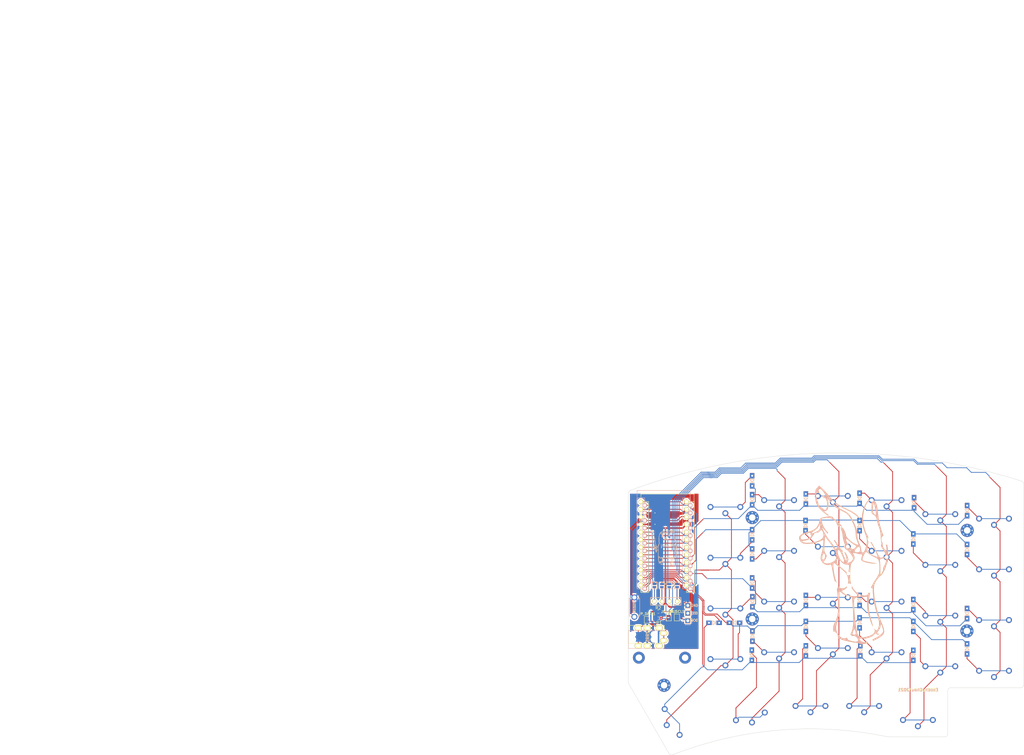
<source format=kicad_pcb>
(kicad_pcb (version 20171130) (host pcbnew "(5.1.7)-1")
  (layers (0 F.Cu signal) (31 B.Cu signal) (34 B.Paste user) (35 F.Paste user) (36 B.SilkS user) (37 F.SilkS user) (38 B.Mask user) (39 F.Mask user) (44 Edge.Cuts user))
  (net 0 "")
  (net 1 "Net-(D1-Pad2)")
  (net 2 row4)
  (net 3 "Net-(D2-Pad2)")
  (net 4 "Net-(D3-Pad2)")
  (net 5 row0)
  (net 6 "Net-(D4-Pad2)")
  (net 7 row1)
  (net 8 "Net-(D5-Pad2)")
  (net 9 row2)
  (net 10 "Net-(D6-Pad2)")
  (net 11 row3)
  (net 12 "Net-(D7-Pad2)")
  (net 13 "Net-(D8-Pad2)")
  (net 14 "Net-(D9-Pad2)")
  (net 15 "Net-(D10-Pad2)")
  (net 16 "Net-(D11-Pad2)")
  (net 17 "Net-(D12-Pad2)")
  (net 18 "Net-(D13-Pad2)")
  (net 19 "Net-(D14-Pad2)")
  (net 20 "Net-(D15-Pad2)")
  (net 21 "Net-(D16-Pad2)")
  (net 22 "Net-(D17-Pad2)")
  (net 23 "Net-(D18-Pad2)")
  (net 24 "Net-(D19-Pad2)")
  (net 25 "Net-(D20-Pad2)")
  (net 26 "Net-(D21-Pad2)")
  (net 27 "Net-(D22-Pad2)")
  (net 28 "Net-(D23-Pad2)")
  (net 29 "Net-(D24-Pad2)")
  (net 30 "Net-(D26-Pad2)")
  (net 31 "Net-(D27-Pad2)")
  (net 32 "Net-(D28-Pad2)")
  (net 33 VCC)
  (net 34 GND)
  (net 35 col0)
  (net 36 col1)
  (net 37 col2)
  (net 38 col3)
  (net 39 col4)
  (net 40 SDA)
  (net 41 LED)
  (net 42 SCL)
  (net 43 RESET)
  (net 44 "Net-(D29-Pad2)")
  (net 45 "Net-(U1-Pad24)")
  (net 46 "Net-(U1-Pad7)")
  (net 47 DATA)
  (net 48 "Net-(J3-Pad1)")
  (net 49 "Net-(J3-Pad2)")
  (net 50 "Net-(J3-Pad3)")
  (net 51 "Net-(J3-Pad4)")
  (net 52 "Net-(D30-Pad2)")
  (net 53 col5)
  (net 54 "Net-(U1-Pad19)")
  (net 55 "Net-(U1-Pad20)")
  (net 56 "Net-(J2-Pad4)")
  (net 57 "Net-(J2-Pad3)")
  (module SofleKeyboard-footprint:Diode_SOD123 (layer F.Cu) (at 167.706992 53.252722 90)
    (fp_text reference D4 hide)
    (fp_text value D hide)
    (pad 2 thru_hole rect (at 1.7 0 90) (size 1.8 1.5) (drill 0.65) (layers *.Cu *.Mask) (net 6 "Net-(D4-Pad2)"))
    (pad 1 thru_hole rect (at -1.7 0 90) (size 1.8 1.5) (drill 0.65) (layers *.Cu *.Mask) (net 5 row0))
  )
  (module art:hand_dual (layer F.Cu) (at 165.481 76.073)
    (fp_text reference G*** hide)
    (fp_text value LOGO hide)
  )
  (module art:birb (layer F.Cu) (at 102.108 69.596)
    (fp_text reference G*** hide)
    (fp_text value LOGO hide)
  )
  (module SofleKeyboard-footprint:Jumper (layer F.Cu) (at 103.746996 93.225493 270)
    (fp_text reference JP_SDA1 (at -1.925493 0.046996 180) (layer F.SilkS) (effects (font (size 0.8128 0.8128) (thickness 0.1524))))
    (fp_text value Jumper_NO_Small hide)
    (pad 2 smd rect (at 0.50038 0 270) (size 0.635 1.143) (layers F.Cu F.Paste F.Mask) (net 57 "Net-(J2-Pad3)") (clearance 0.1905))
    (pad 1 smd rect (at -0.50038 0 270) (size 0.635 1.143) (layers F.Cu F.Paste F.Mask) (net 40 SDA) (clearance 0.1905))
  )
  (module SofleKeyboard-footprint:Jumper (layer F.Cu) (at 106.496996 93.225493 90)
    (fp_text reference JP_SCL1 (at 2.00038 0 180) (layer F.SilkS) (effects (font (size 0.8128 0.8128) (thickness 0.1524))))
    (fp_text value Jumper_NO_Small hide)
    (pad 2 smd rect (at 0.50038 0 90) (size 0.635 1.143) (layers F.Cu F.Paste F.Mask) (net 42 SCL) (clearance 0.1905))
    (pad 1 smd rect (at -0.50038 0 90) (size 0.635 1.143) (layers F.Cu F.Paste F.Mask) (net 56 "Net-(J2-Pad4)") (clearance 0.1905))
  )
  (module SofleKeyboard-footprint:Jumper (layer F.Cu) (at 96.5 94.00038 90)
    (fp_text reference JP_DATA1 (at 2 0 180) (layer F.SilkS) (effects (font (size 0.8128 0.8128) (thickness 0.1524))))
    (fp_text value Jumper_NO_Small hide)
    (pad 2 smd rect (at 0.50038 0 90) (size 0.635 1.143) (layers F.Cu F.Paste F.Mask) (net 47 DATA) (clearance 0.1905))
    (pad 1 smd rect (at -0.50038 0 90) (size 0.635 1.143) (layers F.Cu F.Paste F.Mask) (net 57 "Net-(J2-Pad3)") (clearance 0.1905))
  )
  (module SofleKeyboard-footprint:M2_HOLE_PCB (layer F.Cu) (at 93.756996 106.698013)
    (fp_text reference TH1 hide)
    (fp_text value HOLE)
    (pad "" thru_hole circle (at 0 0) (size 4 4) (drill 2.2) (layers *.Cu *.Mask Dwgs.User))
  )
  (module SofleKeyboard-footprint:M2_HOLE_PCB (layer F.Cu) (at 109.256996 106.698013)
    (fp_text reference TH2 hide)
    (fp_text value HOLE)
    (pad "" thru_hole circle (at 0 0) (size 4 4) (drill 2.2) (layers *.Cu *.Mask Dwgs.User))
  )
  (module SofleKeyboard-footprint:Jumper (layer B.Cu) (at 106.556996 82.498013 90)
    (fp_text reference JP5 hide)
    (fp_text value Jumper_NO_Small hide)
    (pad 2 smd rect (at 0.50038 0 90) (size 0.635 1.143) (layers B.Cu B.Paste B.Mask) (net 40 SDA) (clearance 0.1905))
    (pad 1 smd rect (at -0.50038 0 90) (size 0.635 1.143) (layers B.Cu B.Paste B.Mask) (net 51 "Net-(J3-Pad4)") (clearance 0.1905))
  )
  (module Resistor_SMD:R_0603_1608Metric_Pad0.98x0.95mm_HandSolder (layer F.Cu) (at 100.296268 93.509978)
    (fp_text reference R1 (at 0.203732 1.490022) (layer F.SilkS))
    (fp_text value 4.7k)
    (pad 2 smd roundrect (at 0.9125 0) (size 0.975 0.95) (layers F.Cu F.Paste F.Mask) (net 40 SDA))
    (pad 1 smd roundrect (at -0.9125 0) (size 0.975 0.95) (layers F.Cu F.Paste F.Mask) (net 33 VCC))
  )
  (module SofleKeyboard-footprint:ProMicro (layer F.Cu) (at 103.256996 69.198013)
    (fp_text reference U1 hide)
    (fp_text value ProMicro hide)
    (pad 22 thru_hole circle (at -7.521185 -8.494255 180) (size 1.524 1.524) (drill 0.8128) (layers *.Cu *.Mask B.SilkS) (net 43 RESET))
    (pad 10 thru_hole circle (at 7.718815 9.285745 180) (size 1.524 1.524) (drill 0.8128) (layers *.Cu *.Mask B.SilkS) (net 9 row2))
    (pad 18 thru_hole circle (at -7.521185 1.665745 180) (size 1.524 1.524) (drill 0.8128) (layers *.Cu *.Mask B.SilkS) (net 35 col0))
    (pad 6 thru_hole circle (at 7.718815 -0.874255 180) (size 1.524 1.524) (drill 0.8128) (layers *.Cu *.Mask B.SilkS) (net 42 SCL))
    (pad 4 thru_hole circle (at 7.718815 -5.954255 180) (size 1.524 1.524) (drill 0.8128) (layers *.Cu *.Mask B.SilkS) (net 34 GND))
    (pad 14 thru_hole circle (at -7.521185 11.825745 180) (size 1.524 1.524) (drill 0.8128) (layers *.Cu *.Mask B.SilkS) (net 39 col4))
    (pad 3 thru_hole circle (at 7.718815 -8.494255 180) (size 1.524 1.524) (drill 0.8128) (layers *.Cu *.Mask B.SilkS) (net 34 GND))
    (pad 1 thru_hole circle (at 7.718815 -13.574255 180) (size 1.524 1.524) (drill 0.8128) (layers *.Cu *.Mask B.SilkS) (net 41 LED))
    (pad 16 thru_hole circle (at -7.521185 6.745745 180) (size 1.524 1.524) (drill 0.8128) (layers *.Cu *.Mask B.SilkS) (net 37 col2))
    (pad 12 thru_hole circle (at 7.718815 14.365745 180) (size 1.524 1.524) (drill 0.8128) (layers *.Cu *.Mask B.SilkS) (net 2 row4))
    (pad 19 thru_hole circle (at -7.521185 -0.874255 180) (size 1.524 1.524) (drill 0.8128) (layers *.Cu *.Mask B.SilkS) (net 54 "Net-(U1-Pad19)"))
    (pad 23 thru_hole circle (at -7.521185 -11.034255 180) (size 1.524 1.524) (drill 0.8128) (layers *.Cu *.Mask B.SilkS) (net 34 GND))
    (pad 21 thru_hole circle (at -7.521185 -5.954255 180) (size 1.524 1.524) (drill 0.8128) (layers *.Cu *.Mask B.SilkS) (net 33 VCC))
    (pad 20 thru_hole circle (at -7.521185 -3.414255 180) (size 1.524 1.524) (drill 0.8128) (layers *.Cu *.Mask B.SilkS) (net 55 "Net-(U1-Pad20)"))
    (pad 15 thru_hole circle (at -7.521185 9.285745 180) (size 1.524 1.524) (drill 0.8128) (layers *.Cu *.Mask B.SilkS) (net 38 col3))
    (pad 17 thru_hole circle (at -7.521185 4.205745 180) (size 1.524 1.524) (drill 0.8128) (layers *.Cu *.Mask B.SilkS) (net 36 col1))
    (pad 9 thru_hole circle (at 7.718815 6.745745 180) (size 1.524 1.524) (drill 0.8128) (layers *.Cu *.Mask B.SilkS) (net 7 row1))
    (pad 8 thru_hole circle (at 7.718815 4.205745 180) (size 1.524 1.524) (drill 0.8128) (layers *.Cu *.Mask B.SilkS) (net 5 row0))
    (pad 13 thru_hole circle (at -7.521185 14.365745 180) (size 1.524 1.524) (drill 0.8128) (layers *.Cu *.Mask B.SilkS) (net 53 col5))
    (pad 11 thru_hole circle (at 7.718815 11.825745 180) (size 1.524 1.524) (drill 0.8128) (layers *.Cu *.Mask B.SilkS) (net 11 row3))
    (pad 2 thru_hole circle (at 7.718815 -11.034255 180) (size 1.524 1.524) (drill 0.8128) (layers *.Cu *.Mask B.SilkS) (net 47 DATA))
    (pad 24 thru_hole circle (at -7.521185 -13.574255 180) (size 1.524 1.524) (drill 0.8128) (layers *.Cu *.Mask B.SilkS) (net 45 "Net-(U1-Pad24)"))
    (pad 7 thru_hole circle (at 7.718815 1.665745 180) (size 1.524 1.524) (drill 0.8128) (layers *.Cu *.Mask B.SilkS) (net 46 "Net-(U1-Pad7)"))
    (pad 5 thru_hole circle (at 7.718815 -3.414255 180) (size 1.524 1.524) (drill 0.8128) (layers *.Cu *.Mask B.SilkS) (net 40 SDA))
    (pad 1 thru_hole circle (at -8.82 -14.77) (size 1.524 1.524) (drill 0.8128) (layers *.Cu *.Mask F.SilkS) (net 41 LED))
    (pad 2 thru_hole circle (at -8.82 -12.23) (size 1.524 1.524) (drill 0.8128) (layers *.Cu *.Mask F.SilkS) (net 47 DATA))
    (pad 3 thru_hole circle (at -8.82 -9.69) (size 1.524 1.524) (drill 0.8128) (layers *.Cu *.Mask F.SilkS) (net 34 GND))
    (pad 4 thru_hole circle (at -8.82 -7.15) (size 1.524 1.524) (drill 0.8128) (layers *.Cu *.Mask F.SilkS) (net 34 GND))
    (pad 5 thru_hole circle (at -8.82 -4.61) (size 1.524 1.524) (drill 0.8128) (layers *.Cu *.Mask F.SilkS) (net 40 SDA))
    (pad 6 thru_hole circle (at -8.82 -2.07) (size 1.524 1.524) (drill 0.8128) (layers *.Cu *.Mask F.SilkS) (net 42 SCL))
    (pad 7 thru_hole circle (at -8.82 0.47) (size 1.524 1.524) (drill 0.8128) (layers *.Cu *.Mask F.SilkS) (net 46 "Net-(U1-Pad7)"))
    (pad 8 thru_hole circle (at -8.82 3.01) (size 1.524 1.524) (drill 0.8128) (layers *.Cu *.Mask F.SilkS) (net 5 row0))
    (pad 9 thru_hole circle (at -8.82 5.55) (size 1.524 1.524) (drill 0.8128) (layers *.Cu *.Mask F.SilkS) (net 7 row1))
    (pad 10 thru_hole circle (at -8.82 8.09) (size 1.524 1.524) (drill 0.8128) (layers *.Cu *.Mask F.SilkS) (net 9 row2))
    (pad 11 thru_hole circle (at -8.82 10.63) (size 1.524 1.524) (drill 0.8128) (layers *.Cu *.Mask F.SilkS) (net 11 row3))
    (pad 12 thru_hole circle (at -8.82 13.17) (size 1.524 1.524) (drill 0.8128) (layers *.Cu *.Mask F.SilkS) (net 2 row4))
    (pad 13 thru_hole circle (at 6.42 13.17) (size 1.524 1.524) (drill 0.8128) (layers *.Cu *.Mask F.SilkS) (net 53 col5))
    (pad 14 thru_hole circle (at 6.42 10.63) (size 1.524 1.524) (drill 0.8128) (layers *.Cu *.Mask F.SilkS) (net 39 col4))
    (pad 15 thru_hole circle (at 6.42 8.09) (size 1.524 1.524) (drill 0.8128) (layers *.Cu *.Mask F.SilkS) (net 38 col3))
    (pad 16 thru_hole circle (at 6.42 5.55) (size 1.524 1.524) (drill 0.8128) (layers *.Cu *.Mask F.SilkS) (net 37 col2))
    (pad 17 thru_hole circle (at 6.42 3.01) (size 1.524 1.524) (drill 0.8128) (layers *.Cu *.Mask F.SilkS) (net 36 col1))
    (pad 18 thru_hole circle (at 6.42 0.47) (size 1.524 1.524) (drill 0.8128) (layers *.Cu *.Mask F.SilkS) (net 35 col0))
    (pad 19 thru_hole circle (at 6.42 -2.07) (size 1.524 1.524) (drill 0.8128) (layers *.Cu *.Mask F.SilkS) (net 54 "Net-(U1-Pad19)"))
    (pad 20 thru_hole circle (at 6.42 -4.61) (size 1.524 1.524) (drill 0.8128) (layers *.Cu *.Mask F.SilkS) (net 55 "Net-(U1-Pad20)"))
    (pad 21 thru_hole circle (at 6.42 -7.15) (size 1.524 1.524) (drill 0.8128) (layers *.Cu *.Mask F.SilkS) (net 33 VCC))
    (pad 22 thru_hole circle (at 6.42 -9.69) (size 1.524 1.524) (drill 0.8128) (layers *.Cu *.Mask F.SilkS) (net 43 RESET))
    (pad 23 thru_hole circle (at 6.42 -12.23) (size 1.524 1.524) (drill 0.8128) (layers *.Cu *.Mask F.SilkS) (net 34 GND))
    (pad 24 thru_hole circle (at 6.42 -14.77) (size 1.524 1.524) (drill 0.8128) (layers *.Cu *.Mask F.SilkS) (net 45 "Net-(U1-Pad24)"))
  )
  (module SofleKeyboard-footprint:TACT_SWITCH_TVBP06 (layer F.Cu) (at 92.256996 89.75 270)
    (fp_text reference RSW1 hide)
    (fp_text value SW_RST hide)
    (fp_text user RESET (at 0 0 90) (layer B.SilkS) (effects (font (size 0.8 0.8)) (justify mirror)))
    (fp_text user RESET (at 0 0 270) (layer F.SilkS) (effects (font (size 0.8 0.8))))
    (pad 2 thru_hole circle (at 3.25 0 270) (size 2 2) (drill 1.3) (layers *.Cu *.Mask) (net 43 RESET))
    (pad 1 thru_hole circle (at -3.25 0 270) (size 2 2) (drill 1.3) (layers *.Cu *.Mask) (net 34 GND))
  )
  (module SofleKeyboard-footprint:Jumper (layer B.Cu) (at 103.956996 82.498013 90)
    (fp_text reference JP6 hide)
    (fp_text value Jumper_NO_Small hide)
    (pad 2 smd rect (at 0.50038 0 90) (size 0.635 1.143) (layers B.Cu B.Paste B.Mask) (net 42 SCL) (clearance 0.1905))
    (pad 1 smd rect (at -0.50038 0 90) (size 0.635 1.143) (layers B.Cu B.Paste B.Mask) (net 50 "Net-(J3-Pad3)") (clearance 0.1905))
  )
  (module SofleKeyboard-footprint:Jumper (layer F.Cu) (at 101.456996 82.498013 90)
    (fp_text reference JP3 hide)
    (fp_text value Jumper_NO_Small hide)
    (pad 2 smd rect (at 0.50038 0 90) (size 0.635 1.143) (layers F.Cu F.Paste F.Mask) (net 42 SCL) (clearance 0.1905))
    (pad 1 smd rect (at -0.50038 0 90) (size 0.635 1.143) (layers F.Cu F.Paste F.Mask) (net 49 "Net-(J3-Pad2)") (clearance 0.1905))
  )
  (module SofleKeyboard-footprint:OLED_4Pin (layer F.Cu) (at 98.956996 87.798013)
    (fp_text reference J3 hide)
    (fp_text value OLED hide)
    (pad 4 thru_hole circle (at 7.62 0) (size 1.397 1.397) (drill 0.8128) (layers *.Cu *.Mask F.SilkS) (net 51 "Net-(J3-Pad4)"))
    (pad 3 thru_hole circle (at 5.08 0) (size 1.397 1.397) (drill 0.8128) (layers *.Cu *.Mask F.SilkS) (net 50 "Net-(J3-Pad3)"))
    (pad 2 thru_hole circle (at 2.54 0) (size 1.397 1.397) (drill 0.8128) (layers *.Cu *.Mask F.SilkS) (net 49 "Net-(J3-Pad2)"))
    (pad 1 thru_hole circle (at 0 0) (size 1.397 1.397) (drill 0.8128) (layers *.Cu *.Mask F.SilkS) (net 48 "Net-(J3-Pad1)"))
  )
  (module SofleKeyboard-footprint:LED (layer F.Cu) (at 110.156996 94.298013 180)
    (fp_text reference J1 hide)
    (fp_text value LED hide)
    (fp_text user GND (at -2.193004 5.098013) (layer B.SilkS) (effects (font (size 0.8 0.8)) (justify mirror)))
    (fp_text user LED (at -2.2 2.5) (layer F.SilkS) (effects (font (size 0.8 0.8))))
    (fp_text user LED (at -2.2 2.5) (layer B.SilkS) (effects (font (size 0.8 0.8)) (justify mirror)))
    (fp_text user GND (at -2.193004 5.098013) (layer F.SilkS) (effects (font (size 0.8 0.8))))
    (fp_text user VCC (at -2.2 0.1) (layer F.SilkS) (effects (font (size 0.8 0.8))))
    (fp_text user VCC (at -2.2 0.1) (layer B.SilkS) (effects (font (size 0.8 0.8)) (justify mirror)))
    (pad 1 thru_hole rect (at 0 0 270) (size 1.524 1.524) (drill 1) (layers *.Cu *.Mask) (net 33 VCC))
    (pad 2 thru_hole rect (at 0 2.5 180) (size 1.524 1.524) (drill 1) (layers *.Cu *.Mask) (net 41 LED))
    (pad 3 thru_hole rect (at 0 5.1 180) (size 1.524 1.524) (drill 1) (layers *.Cu *.Mask) (net 34 GND))
  )
  (module SofleKeyboard-footprint:Jumper (layer F.Cu) (at 98.956996 82.498013 90)
    (fp_text reference JP4 hide)
    (fp_text value Jumper_NO_Small hide)
    (pad 2 smd rect (at 0.50038 0 90) (size 0.635 1.143) (layers F.Cu F.Paste F.Mask) (net 40 SDA) (clearance 0.1905))
    (pad 1 smd rect (at -0.50038 0 90) (size 0.635 1.143) (layers F.Cu F.Paste F.Mask) (net 48 "Net-(J3-Pad1)") (clearance 0.1905))
  )
  (module SofleKeyboard-footprint:Jumper (layer B.Cu) (at 98.956996 82.498013 90)
    (fp_text reference JP8 hide)
    (fp_text value Jumper_NO_Small hide)
    (pad 2 smd rect (at 0.50038 0 90) (size 0.635 1.143) (layers B.Cu B.Paste B.Mask) (net 34 GND) (clearance 0.1905))
    (pad 1 smd rect (at -0.50038 0 90) (size 0.635 1.143) (layers B.Cu B.Paste B.Mask) (net 48 "Net-(J3-Pad1)") (clearance 0.1905))
  )
  (module SofleKeyboard-footprint:Jumper (layer B.Cu) (at 101.456996 82.498013 90)
    (fp_text reference JP7 hide)
    (fp_text value Jumper_NO_Small hide)
    (pad 2 smd rect (at 0.50038 0 90) (size 0.635 1.143) (layers B.Cu B.Paste B.Mask) (net 33 VCC) (clearance 0.1905))
    (pad 1 smd rect (at -0.50038 0 90) (size 0.635 1.143) (layers B.Cu B.Paste B.Mask) (net 49 "Net-(J3-Pad2)") (clearance 0.1905))
  )
  (module SofleKeyboard-footprint:Jumper (layer F.Cu) (at 106.556996 82.498013 90)
    (fp_text reference JP1 hide)
    (fp_text value Jumper_NO_Small hide)
    (pad 2 smd rect (at 0.50038 0 90) (size 0.635 1.143) (layers F.Cu F.Paste F.Mask) (net 34 GND) (clearance 0.1905))
    (pad 1 smd rect (at -0.50038 0 90) (size 0.635 1.143) (layers F.Cu F.Paste F.Mask) (net 51 "Net-(J3-Pad4)") (clearance 0.1905))
  )
  (module SofleKeyboard-footprint:Jumper (layer F.Cu) (at 103.956996 82.498013 90)
    (fp_text reference JP2 hide)
    (fp_text value Jumper_NO_Small hide)
    (pad 2 smd rect (at 0.50038 0 90) (size 0.635 1.143) (layers F.Cu F.Paste F.Mask) (net 33 VCC) (clearance 0.1905))
    (pad 1 smd rect (at -0.50038 0 90) (size 0.635 1.143) (layers F.Cu F.Paste F.Mask) (net 50 "Net-(J3-Pad3)") (clearance 0.1905))
  )
  (module SofleKeyboard-footprint:MJ-4PP-9 (layer F.Cu) (at 90.256996 98.848013 90)
    (fp_text reference J2)
    (fp_text value 4PIN hide)
    (fp_text user TRRS (at -0.8255 6.4135 90) (layer B.SilkS) (effects (justify mirror)))
    (fp_text user TRRS (at -0.75 6.45 90) (layer F.SilkS))
    (pad "" np_thru_hole circle (at -1.75 8.5 90) (size 1.2 1.2) (drill 1.2) (layers *.Cu *.Mask F.SilkS))
    (pad "" np_thru_hole circle (at -1.75 1.5 90) (size 1.2 1.2) (drill 1.2) (layers *.Cu *.Mask F.SilkS))
    (pad 1 thru_hole oval (at -3.85 10.3 90) (size 1.7 2.5) (drill oval 1 1.5) (layers *.Cu *.Mask F.SilkS) (net 33 VCC) (clearance 0.15))
    (pad 4 thru_hole oval (at 0.35 11.8 90) (size 1.7 2.5) (drill oval 1 1.5) (layers *.Cu *.Mask F.SilkS) (net 56 "Net-(J2-Pad4)") (clearance 0.15))
    (pad 3 thru_hole oval (at -3.85 3.3 90) (size 1.7 2.5) (drill oval 1 1.5) (layers *.Cu *.Mask F.SilkS) (net 57 "Net-(J2-Pad3)"))
    (pad 2 thru_hole oval (at -3.85 6.3 90) (size 1.7 2.5) (drill oval 1 1.5) (layers *.Cu *.Mask F.SilkS) (net 34 GND))
    (pad "" np_thru_hole circle (at 0 1.5 90) (size 1.2 1.2) (drill 1.2) (layers *.Cu *.Mask F.SilkS))
    (pad "" np_thru_hole circle (at 0 8.5 90) (size 1.2 1.2) (drill 1.2) (layers *.Cu *.Mask F.SilkS))
    (pad 3 thru_hole oval (at 2.1 3.3 90) (size 1.7 2.5) (drill oval 1 1.5) (layers *.Cu *.Mask F.SilkS) (net 57 "Net-(J2-Pad3)"))
    (pad 2 thru_hole oval (at 2.1 6.3 90) (size 1.7 2.5) (drill oval 1 1.5) (layers *.Cu *.Mask F.SilkS) (net 34 GND))
    (pad 1 thru_hole oval (at 2.1 10.3 90) (size 1.7 2.5) (drill oval 1 1.5) (layers *.Cu *.Mask F.SilkS) (net 33 VCC) (clearance 0.15))
    (pad 4 thru_hole oval (at -2.1 11.8 90) (size 1.7 2.5) (drill oval 1 1.5) (layers *.Cu *.Mask F.SilkS) (net 56 "Net-(J2-Pad4)") (clearance 0.15))
  )
  (module Resistor_SMD:R_0603_1608Metric_Pad0.98x0.95mm_HandSolder (layer F.Cu) (at 100.296268 91.259978)
    (fp_text reference R2 (at -0.046268 -1.259978) (layer F.SilkS))
    (fp_text value 4.7k)
    (pad 2 smd roundrect (at 0.9125 0) (size 0.975 0.95) (layers F.Cu F.Paste F.Mask) (net 42 SCL))
    (pad 1 smd roundrect (at -0.9125 0) (size 0.975 0.95) (layers F.Cu F.Paste F.Mask) (net 33 VCC))
  )
  (module choc:Kailh-PG1350-1u-reversible-flip (layer F.Cu) (at 122.747 52.3781)
    (fp_text reference SW1)
    (fp_text value SW_PUSH hide)
    (pad "" np_thru_hole circle (at -5.22 -4.2 180) (size 1.2 1.2) (drill 1.2) (layers *.Cu))
    (pad 2 thru_hole circle (at 5 3.8 41.9) (size 2 2) (drill 1.2) (layers *.Cu *.Mask) (net 1 "Net-(D1-Pad2)"))
    (pad "" np_thru_hole circle (at 5.22 -4.2 180) (size 1.2 1.2) (drill 1.2) (layers *.Cu))
    (pad "" np_thru_hole circle (at 0 0 180) (size 3.4 3.4) (drill 3.4) (layers *.Cu))
    (pad 1 thru_hole circle (at 0 5.9 180) (size 2 2) (drill 1.2) (layers *.Cu *.Mask) (net 53 col5))
    (pad 2 thru_hole circle (at -5 3.8 41.9) (size 2 2) (drill 1.2) (layers *.Cu *.Mask) (net 1 "Net-(D1-Pad2)"))
    (pad "" np_thru_hole circle (at -5.5 0 180) (size 1.7 1.7) (drill 1.7) (layers *.Cu))
    (pad "" np_thru_hole circle (at 5.5 0 180) (size 1.7 1.7) (drill 1.7) (layers *.Cu))
  )
  (module MountingHole:MountingHole_2.2mm_M2_Pad_Via (layer F.Cu) (at 203.656996 97.748013)
    (fp_text reference TH6)
    (fp_text value HOLE)
    (pad 1 thru_hole circle (at 1.166726 -1.166726) (size 0.7 0.7) (drill 0.4) (layers *.Cu *.Mask))
    (pad 1 thru_hole circle (at 0 -1.65) (size 0.7 0.7) (drill 0.4) (layers *.Cu *.Mask))
    (pad 1 thru_hole circle (at -1.166726 -1.166726) (size 0.7 0.7) (drill 0.4) (layers *.Cu *.Mask))
    (pad 1 thru_hole circle (at -1.65 0) (size 0.7 0.7) (drill 0.4) (layers *.Cu *.Mask))
    (pad 1 thru_hole circle (at -1.166726 1.166726) (size 0.7 0.7) (drill 0.4) (layers *.Cu *.Mask))
    (pad 1 thru_hole circle (at 0 1.65) (size 0.7 0.7) (drill 0.4) (layers *.Cu *.Mask))
    (pad 1 thru_hole circle (at 1.166726 1.166726) (size 0.7 0.7) (drill 0.4) (layers *.Cu *.Mask))
    (pad 1 thru_hole circle (at 1.65 0) (size 0.7 0.7) (drill 0.4) (layers *.Cu *.Mask))
    (pad 1 thru_hole circle (at 0 0) (size 4.4 4.4) (drill 2.2) (layers *.Cu *.Mask))
  )
  (module MountingHole:MountingHole_2.2mm_M2_Pad_Via (layer F.Cu) (at 203.746996 64.025112)
    (fp_text reference TH4)
    (fp_text value HOLE)
    (pad 1 thru_hole circle (at 1.166726 -1.166726) (size 0.7 0.7) (drill 0.4) (layers *.Cu *.Mask))
    (pad 1 thru_hole circle (at 0 -1.65) (size 0.7 0.7) (drill 0.4) (layers *.Cu *.Mask))
    (pad 1 thru_hole circle (at -1.166726 -1.166726) (size 0.7 0.7) (drill 0.4) (layers *.Cu *.Mask))
    (pad 1 thru_hole circle (at -1.65 0) (size 0.7 0.7) (drill 0.4) (layers *.Cu *.Mask))
    (pad 1 thru_hole circle (at -1.166726 1.166726) (size 0.7 0.7) (drill 0.4) (layers *.Cu *.Mask))
    (pad 1 thru_hole circle (at 0 1.65) (size 0.7 0.7) (drill 0.4) (layers *.Cu *.Mask))
    (pad 1 thru_hole circle (at 1.166726 1.166726) (size 0.7 0.7) (drill 0.4) (layers *.Cu *.Mask))
    (pad 1 thru_hole circle (at 1.65 0) (size 0.7 0.7) (drill 0.4) (layers *.Cu *.Mask))
    (pad 1 thru_hole circle (at 0 0) (size 4.4 4.4) (drill 2.2) (layers *.Cu *.Mask))
  )
  (module choc:Kailh-PG1350-1u-reversible-flip (layer F.Cu) (at 122.747 86.3781)
    (fp_text reference SW13)
    (fp_text value SW_PUSH hide)
    (pad "" np_thru_hole circle (at -5.22 -4.2 180) (size 1.2 1.2) (drill 1.2) (layers *.Cu))
    (pad 2 thru_hole circle (at 5 3.8 41.9) (size 2 2) (drill 1.2) (layers *.Cu *.Mask) (net 18 "Net-(D13-Pad2)"))
    (pad "" np_thru_hole circle (at 5.22 -4.2 180) (size 1.2 1.2) (drill 1.2) (layers *.Cu))
    (pad "" np_thru_hole circle (at 0 0 180) (size 3.4 3.4) (drill 3.4) (layers *.Cu))
    (pad 1 thru_hole circle (at 0 5.9 180) (size 2 2) (drill 1.2) (layers *.Cu *.Mask) (net 53 col5))
    (pad 2 thru_hole circle (at -5 3.8 41.9) (size 2 2) (drill 1.2) (layers *.Cu *.Mask) (net 18 "Net-(D13-Pad2)"))
    (pad "" np_thru_hole circle (at -5.5 0 180) (size 1.7 1.7) (drill 1.7) (layers *.Cu))
    (pad "" np_thru_hole circle (at 5.5 0 180) (size 1.7 1.7) (drill 1.7) (layers *.Cu))
  )
  (module choc:Kailh-PG1350-1u-reversible-flip (layer F.Cu) (at 158.747 99.6781)
    (fp_text reference SW21)
    (fp_text value SW_PUSH hide)
    (pad "" np_thru_hole circle (at -5.22 -4.2 180) (size 1.2 1.2) (drill 1.2) (layers *.Cu))
    (pad 2 thru_hole circle (at 5 3.8 41.9) (size 2 2) (drill 1.2) (layers *.Cu *.Mask) (net 26 "Net-(D21-Pad2)"))
    (pad "" np_thru_hole circle (at 5.22 -4.2 180) (size 1.2 1.2) (drill 1.2) (layers *.Cu))
    (pad "" np_thru_hole circle (at 0 0 180) (size 3.4 3.4) (drill 3.4) (layers *.Cu))
    (pad 1 thru_hole circle (at 0 5.9 180) (size 2 2) (drill 1.2) (layers *.Cu *.Mask) (net 38 col3))
    (pad 2 thru_hole circle (at -5 3.8 41.9) (size 2 2) (drill 1.2) (layers *.Cu *.Mask) (net 26 "Net-(D21-Pad2)"))
    (pad "" np_thru_hole circle (at -5.5 0 180) (size 1.7 1.7) (drill 1.7) (layers *.Cu))
    (pad "" np_thru_hole circle (at 5.5 0 180) (size 1.7 1.7) (drill 1.7) (layers *.Cu))
  )
  (module choc:Kailh-PG1350-1u-reversible-flip (layer F.Cu) (at 212.747 73.2781)
    (fp_text reference SW12)
    (fp_text value SW_PUSH hide)
    (pad "" np_thru_hole circle (at -5.22 -4.2 180) (size 1.2 1.2) (drill 1.2) (layers *.Cu))
    (pad 2 thru_hole circle (at 5 3.8 41.9) (size 2 2) (drill 1.2) (layers *.Cu *.Mask) (net 17 "Net-(D12-Pad2)"))
    (pad "" np_thru_hole circle (at 5.22 -4.2 180) (size 1.2 1.2) (drill 1.2) (layers *.Cu))
    (pad "" np_thru_hole circle (at 0 0 180) (size 3.4 3.4) (drill 3.4) (layers *.Cu))
    (pad 1 thru_hole circle (at 0 5.9 180) (size 2 2) (drill 1.2) (layers *.Cu *.Mask) (net 35 col0))
    (pad 2 thru_hole circle (at -5 3.8 41.9) (size 2 2) (drill 1.2) (layers *.Cu *.Mask) (net 17 "Net-(D12-Pad2)"))
    (pad "" np_thru_hole circle (at -5.5 0 180) (size 1.7 1.7) (drill 1.7) (layers *.Cu))
    (pad "" np_thru_hole circle (at 5.5 0 180) (size 1.7 1.7) (drill 1.7) (layers *.Cu))
  )
  (module choc:Kailh-PG1350-1u-reversible-flip (layer F.Cu) (at 194.747 105.7781)
    (fp_text reference SW23)
    (fp_text value SW_PUSH hide)
    (pad "" np_thru_hole circle (at -5.22 -4.2 180) (size 1.2 1.2) (drill 1.2) (layers *.Cu))
    (pad 2 thru_hole circle (at 5 3.8 41.9) (size 2 2) (drill 1.2) (layers *.Cu *.Mask) (net 28 "Net-(D23-Pad2)"))
    (pad "" np_thru_hole circle (at 5.22 -4.2 180) (size 1.2 1.2) (drill 1.2) (layers *.Cu))
    (pad "" np_thru_hole circle (at 0 0 180) (size 3.4 3.4) (drill 3.4) (layers *.Cu))
    (pad 1 thru_hole circle (at 0 5.9 180) (size 2 2) (drill 1.2) (layers *.Cu *.Mask) (net 36 col1))
    (pad 2 thru_hole circle (at -5 3.8 41.9) (size 2 2) (drill 1.2) (layers *.Cu *.Mask) (net 28 "Net-(D23-Pad2)"))
    (pad "" np_thru_hole circle (at -5.5 0 180) (size 1.7 1.7) (drill 1.7) (layers *.Cu))
    (pad "" np_thru_hole circle (at 5.5 0 180) (size 1.7 1.7) (drill 1.7) (layers *.Cu))
  )
  (module choc:Kailh-PG1350-1u-reversible-flip (layer F.Cu) (at 176.747 50.0781)
    (fp_text reference SW4)
    (fp_text value SW_PUSH hide)
    (pad "" np_thru_hole circle (at -5.22 -4.2 180) (size 1.2 1.2) (drill 1.2) (layers *.Cu))
    (pad 2 thru_hole circle (at 5 3.8 41.9) (size 2 2) (drill 1.2) (layers *.Cu *.Mask) (net 6 "Net-(D4-Pad2)"))
    (pad "" np_thru_hole circle (at 5.22 -4.2 180) (size 1.2 1.2) (drill 1.2) (layers *.Cu))
    (pad "" np_thru_hole circle (at 0 0 180) (size 3.4 3.4) (drill 3.4) (layers *.Cu))
    (pad 1 thru_hole circle (at 0 5.9 180) (size 2 2) (drill 1.2) (layers *.Cu *.Mask) (net 37 col2))
    (pad 2 thru_hole circle (at -5 3.8 41.9) (size 2 2) (drill 1.2) (layers *.Cu *.Mask) (net 6 "Net-(D4-Pad2)"))
    (pad "" np_thru_hole circle (at -5.5 0 180) (size 1.7 1.7) (drill 1.7) (layers *.Cu))
    (pad "" np_thru_hole circle (at 5.5 0 180) (size 1.7 1.7) (drill 1.7) (layers *.Cu))
  )
  (module choc:Kailh-PG1350-1u-reversible-flip (layer F.Cu) (at 194.747 88.7781)
    (fp_text reference SW17)
    (fp_text value SW_PUSH hide)
    (pad "" np_thru_hole circle (at -5.22 -4.2 180) (size 1.2 1.2) (drill 1.2) (layers *.Cu))
    (pad 2 thru_hole circle (at 5 3.8 41.9) (size 2 2) (drill 1.2) (layers *.Cu *.Mask) (net 22 "Net-(D17-Pad2)"))
    (pad "" np_thru_hole circle (at 5.22 -4.2 180) (size 1.2 1.2) (drill 1.2) (layers *.Cu))
    (pad "" np_thru_hole circle (at 0 0 180) (size 3.4 3.4) (drill 3.4) (layers *.Cu))
    (pad 1 thru_hole circle (at 0 5.9 180) (size 2 2) (drill 1.2) (layers *.Cu *.Mask) (net 36 col1))
    (pad 2 thru_hole circle (at -5 3.8 41.9) (size 2 2) (drill 1.2) (layers *.Cu *.Mask) (net 22 "Net-(D17-Pad2)"))
    (pad "" np_thru_hole circle (at -5.5 0 180) (size 1.7 1.7) (drill 1.7) (layers *.Cu))
    (pad "" np_thru_hole circle (at 5.5 0 180) (size 1.7 1.7) (drill 1.7) (layers *.Cu))
  )
  (module MountingHole:MountingHole_2.2mm_M2_Pad_Via (layer F.Cu) (at 102.206992 115.952722 90)
    (fp_text reference TH7)
    (fp_text value HOLE)
    (pad 1 thru_hole circle (at 1.166726 -1.166726 90) (size 0.7 0.7) (drill 0.4) (layers *.Cu *.Mask))
    (pad 1 thru_hole circle (at 0 -1.65 90) (size 0.7 0.7) (drill 0.4) (layers *.Cu *.Mask))
    (pad 1 thru_hole circle (at -1.166726 -1.166726 90) (size 0.7 0.7) (drill 0.4) (layers *.Cu *.Mask))
    (pad 1 thru_hole circle (at -1.65 0 90) (size 0.7 0.7) (drill 0.4) (layers *.Cu *.Mask))
    (pad 1 thru_hole circle (at -1.166726 1.166726 90) (size 0.7 0.7) (drill 0.4) (layers *.Cu *.Mask))
    (pad 1 thru_hole circle (at 0 1.65 90) (size 0.7 0.7) (drill 0.4) (layers *.Cu *.Mask))
    (pad 1 thru_hole circle (at 1.166726 1.166726 90) (size 0.7 0.7) (drill 0.4) (layers *.Cu *.Mask))
    (pad 1 thru_hole circle (at 1.65 0 90) (size 0.7 0.7) (drill 0.4) (layers *.Cu *.Mask))
    (pad 1 thru_hole circle (at 0 0 90) (size 4.4 4.4) (drill 2.2) (layers *.Cu *.Mask))
  )
  (module choc:Kailh-PG1350-1u-reversible-flip (layer F.Cu) (at 140.747 84.0781)
    (fp_text reference SW14)
    (fp_text value SW_PUSH hide)
    (pad "" np_thru_hole circle (at -5.22 -4.2 180) (size 1.2 1.2) (drill 1.2) (layers *.Cu))
    (pad 2 thru_hole circle (at 5 3.8 41.9) (size 2 2) (drill 1.2) (layers *.Cu *.Mask) (net 19 "Net-(D14-Pad2)"))
    (pad "" np_thru_hole circle (at 5.22 -4.2 180) (size 1.2 1.2) (drill 1.2) (layers *.Cu))
    (pad "" np_thru_hole circle (at 0 0 180) (size 3.4 3.4) (drill 3.4) (layers *.Cu))
    (pad 1 thru_hole circle (at 0 5.9 180) (size 2 2) (drill 1.2) (layers *.Cu *.Mask) (net 39 col4))
    (pad 2 thru_hole circle (at -5 3.8 41.9) (size 2 2) (drill 1.2) (layers *.Cu *.Mask) (net 19 "Net-(D14-Pad2)"))
    (pad "" np_thru_hole circle (at -5.5 0 180) (size 1.7 1.7) (drill 1.7) (layers *.Cu))
    (pad "" np_thru_hole circle (at 5.5 0 180) (size 1.7 1.7) (drill 1.7) (layers *.Cu))
  )
  (module choc:Kailh-PG1350-1u-reversible-flip (layer F.Cu) (at 176.747 67.0781)
    (fp_text reference SW10)
    (fp_text value SW_PUSH hide)
    (pad "" np_thru_hole circle (at -5.22 -4.2 180) (size 1.2 1.2) (drill 1.2) (layers *.Cu))
    (pad 2 thru_hole circle (at 5 3.8 41.9) (size 2 2) (drill 1.2) (layers *.Cu *.Mask) (net 15 "Net-(D10-Pad2)"))
    (pad "" np_thru_hole circle (at 5.22 -4.2 180) (size 1.2 1.2) (drill 1.2) (layers *.Cu))
    (pad "" np_thru_hole circle (at 0 0 180) (size 3.4 3.4) (drill 3.4) (layers *.Cu))
    (pad 1 thru_hole circle (at 0 5.9 180) (size 2 2) (drill 1.2) (layers *.Cu *.Mask) (net 37 col2))
    (pad 2 thru_hole circle (at -5 3.8 41.9) (size 2 2) (drill 1.2) (layers *.Cu *.Mask) (net 15 "Net-(D10-Pad2)"))
    (pad "" np_thru_hole circle (at -5.5 0 180) (size 1.7 1.7) (drill 1.7) (layers *.Cu))
    (pad "" np_thru_hole circle (at 5.5 0 180) (size 1.7 1.7) (drill 1.7) (layers *.Cu))
  )
  (module choc:Kailh-PG1350-1u-reversible-flip (layer F.Cu) (at 140.747 67.0781)
    (fp_text reference SW8)
    (fp_text value SW_PUSH hide)
    (pad "" np_thru_hole circle (at -5.22 -4.2 180) (size 1.2 1.2) (drill 1.2) (layers *.Cu))
    (pad 2 thru_hole circle (at 5 3.8 41.9) (size 2 2) (drill 1.2) (layers *.Cu *.Mask) (net 13 "Net-(D8-Pad2)"))
    (pad "" np_thru_hole circle (at 5.22 -4.2 180) (size 1.2 1.2) (drill 1.2) (layers *.Cu))
    (pad "" np_thru_hole circle (at 0 0 180) (size 3.4 3.4) (drill 3.4) (layers *.Cu))
    (pad 1 thru_hole circle (at 0 5.9 180) (size 2 2) (drill 1.2) (layers *.Cu *.Mask) (net 39 col4))
    (pad 2 thru_hole circle (at -5 3.8 41.9) (size 2 2) (drill 1.2) (layers *.Cu *.Mask) (net 13 "Net-(D8-Pad2)"))
    (pad "" np_thru_hole circle (at -5.5 0 180) (size 1.7 1.7) (drill 1.7) (layers *.Cu))
    (pad "" np_thru_hole circle (at 5.5 0 180) (size 1.7 1.7) (drill 1.7) (layers *.Cu))
  )
  (module choc:Kailh-PG1350-1u-reversible-flip (layer F.Cu) (at 176.747 101.0781)
    (fp_text reference SW22)
    (fp_text value SW_PUSH hide)
    (pad "" np_thru_hole circle (at -5.22 -4.2 180) (size 1.2 1.2) (drill 1.2) (layers *.Cu))
    (pad 2 thru_hole circle (at 5 3.8 41.9) (size 2 2) (drill 1.2) (layers *.Cu *.Mask) (net 27 "Net-(D22-Pad2)"))
    (pad "" np_thru_hole circle (at 5.22 -4.2 180) (size 1.2 1.2) (drill 1.2) (layers *.Cu))
    (pad "" np_thru_hole circle (at 0 0 180) (size 3.4 3.4) (drill 3.4) (layers *.Cu))
    (pad 1 thru_hole circle (at 0 5.9 180) (size 2 2) (drill 1.2) (layers *.Cu *.Mask) (net 37 col2))
    (pad 2 thru_hole circle (at -5 3.8 41.9) (size 2 2) (drill 1.2) (layers *.Cu *.Mask) (net 27 "Net-(D22-Pad2)"))
    (pad "" np_thru_hole circle (at -5.5 0 180) (size 1.7 1.7) (drill 1.7) (layers *.Cu))
    (pad "" np_thru_hole circle (at 5.5 0 180) (size 1.7 1.7) (drill 1.7) (layers *.Cu))
  )
  (module choc:Kailh-PG1350-1u-reversible-flip (layer F.Cu) (at 212.747 90.2781)
    (fp_text reference SW18)
    (fp_text value SW_PUSH hide)
    (pad "" np_thru_hole circle (at -5.22 -4.2 180) (size 1.2 1.2) (drill 1.2) (layers *.Cu))
    (pad 2 thru_hole circle (at 5 3.8 41.9) (size 2 2) (drill 1.2) (layers *.Cu *.Mask) (net 23 "Net-(D18-Pad2)"))
    (pad "" np_thru_hole circle (at 5.22 -4.2 180) (size 1.2 1.2) (drill 1.2) (layers *.Cu))
    (pad "" np_thru_hole circle (at 0 0 180) (size 3.4 3.4) (drill 3.4) (layers *.Cu))
    (pad 1 thru_hole circle (at 0 5.9 180) (size 2 2) (drill 1.2) (layers *.Cu *.Mask) (net 35 col0))
    (pad 2 thru_hole circle (at -5 3.8 41.9) (size 2 2) (drill 1.2) (layers *.Cu *.Mask) (net 23 "Net-(D18-Pad2)"))
    (pad "" np_thru_hole circle (at -5.5 0 180) (size 1.7 1.7) (drill 1.7) (layers *.Cu))
    (pad "" np_thru_hole circle (at 5.5 0 180) (size 1.7 1.7) (drill 1.7) (layers *.Cu))
  )
  (module choc:Kailh-PG1350-1u-reversible-flip (layer F.Cu) (at 158.747 82.6781)
    (fp_text reference SW15)
    (fp_text value SW_PUSH hide)
    (pad "" np_thru_hole circle (at -5.22 -4.2 180) (size 1.2 1.2) (drill 1.2) (layers *.Cu))
    (pad 2 thru_hole circle (at 5 3.8 41.9) (size 2 2) (drill 1.2) (layers *.Cu *.Mask) (net 20 "Net-(D15-Pad2)"))
    (pad "" np_thru_hole circle (at 5.22 -4.2 180) (size 1.2 1.2) (drill 1.2) (layers *.Cu))
    (pad "" np_thru_hole circle (at 0 0 180) (size 3.4 3.4) (drill 3.4) (layers *.Cu))
    (pad 1 thru_hole circle (at 0 5.9 180) (size 2 2) (drill 1.2) (layers *.Cu *.Mask) (net 38 col3))
    (pad 2 thru_hole circle (at -5 3.8 41.9) (size 2 2) (drill 1.2) (layers *.Cu *.Mask) (net 20 "Net-(D15-Pad2)"))
    (pad "" np_thru_hole circle (at -5.5 0 180) (size 1.7 1.7) (drill 1.7) (layers *.Cu))
    (pad "" np_thru_hole circle (at 5.5 0 180) (size 1.7 1.7) (drill 1.7) (layers *.Cu))
  )
  (module choc:Kailh-PG1350-1u-reversible-flip (layer F.Cu) (at 158.747 65.6781)
    (fp_text reference SW9)
    (fp_text value SW_PUSH hide)
    (pad "" np_thru_hole circle (at -5.22 -4.2 180) (size 1.2 1.2) (drill 1.2) (layers *.Cu))
    (pad 2 thru_hole circle (at 5 3.8 41.9) (size 2 2) (drill 1.2) (layers *.Cu *.Mask) (net 14 "Net-(D9-Pad2)"))
    (pad "" np_thru_hole circle (at 5.22 -4.2 180) (size 1.2 1.2) (drill 1.2) (layers *.Cu))
    (pad "" np_thru_hole circle (at 0 0 180) (size 3.4 3.4) (drill 3.4) (layers *.Cu))
    (pad 1 thru_hole circle (at 0 5.9 180) (size 2 2) (drill 1.2) (layers *.Cu *.Mask) (net 38 col3))
    (pad 2 thru_hole circle (at -5 3.8 41.9) (size 2 2) (drill 1.2) (layers *.Cu *.Mask) (net 14 "Net-(D9-Pad2)"))
    (pad "" np_thru_hole circle (at -5.5 0 180) (size 1.7 1.7) (drill 1.7) (layers *.Cu))
    (pad "" np_thru_hole circle (at 5.5 0 180) (size 1.7 1.7) (drill 1.7) (layers *.Cu))
  )
  (module choc:Kailh-PG1350-1u-reversible-flip (layer F.Cu) (at 194.747 71.7781)
    (fp_text reference SW11)
    (fp_text value SW_PUSH hide)
    (pad "" np_thru_hole circle (at -5.22 -4.2 180) (size 1.2 1.2) (drill 1.2) (layers *.Cu))
    (pad 2 thru_hole circle (at 5 3.8 41.9) (size 2 2) (drill 1.2) (layers *.Cu *.Mask) (net 16 "Net-(D11-Pad2)"))
    (pad "" np_thru_hole circle (at 5.22 -4.2 180) (size 1.2 1.2) (drill 1.2) (layers *.Cu))
    (pad "" np_thru_hole circle (at 0 0 180) (size 3.4 3.4) (drill 3.4) (layers *.Cu))
    (pad 1 thru_hole circle (at 0 5.9 180) (size 2 2) (drill 1.2) (layers *.Cu *.Mask) (net 36 col1))
    (pad 2 thru_hole circle (at -5 3.8 41.9) (size 2 2) (drill 1.2) (layers *.Cu *.Mask) (net 16 "Net-(D11-Pad2)"))
    (pad "" np_thru_hole circle (at -5.5 0 180) (size 1.7 1.7) (drill 1.7) (layers *.Cu))
    (pad "" np_thru_hole circle (at 5.5 0 180) (size 1.7 1.7) (drill 1.7) (layers *.Cu))
  )
  (module choc:Kailh-PG1350-1u-reversible-flip (layer F.Cu) (at 140.747 50.0781)
    (fp_text reference SW2)
    (fp_text value SW_PUSH hide)
    (pad "" np_thru_hole circle (at -5.22 -4.2 180) (size 1.2 1.2) (drill 1.2) (layers *.Cu))
    (pad 2 thru_hole circle (at 5 3.8 41.9) (size 2 2) (drill 1.2) (layers *.Cu *.Mask) (net 3 "Net-(D2-Pad2)"))
    (pad "" np_thru_hole circle (at 5.22 -4.2 180) (size 1.2 1.2) (drill 1.2) (layers *.Cu))
    (pad "" np_thru_hole circle (at 0 0 180) (size 3.4 3.4) (drill 3.4) (layers *.Cu))
    (pad 1 thru_hole circle (at 0 5.9 180) (size 2 2) (drill 1.2) (layers *.Cu *.Mask) (net 39 col4))
    (pad 2 thru_hole circle (at -5 3.8 41.9) (size 2 2) (drill 1.2) (layers *.Cu *.Mask) (net 3 "Net-(D2-Pad2)"))
    (pad "" np_thru_hole circle (at -5.5 0 180) (size 1.7 1.7) (drill 1.7) (layers *.Cu))
    (pad "" np_thru_hole circle (at 5.5 0 180) (size 1.7 1.7) (drill 1.7) (layers *.Cu))
  )
  (module choc:Kailh-PG1350-1u-reversible-flip (layer F.Cu) (at 108.206996 126.348013 300)
    (fp_text reference SW26)
    (fp_text value SW_PUSH hide)
    (pad "" np_thru_hole circle (at -5.22 -4.2 120) (size 1.2 1.2) (drill 1.2) (layers *.Cu))
    (pad 2 thru_hole circle (at 5 3.8 341.9) (size 2 2) (drill 1.2) (layers *.Cu *.Mask) (net 30 "Net-(D26-Pad2)"))
    (pad "" np_thru_hole circle (at 5.22 -4.2 120) (size 1.2 1.2) (drill 1.2) (layers *.Cu))
    (pad "" np_thru_hole circle (at 0 0 120) (size 3.4 3.4) (drill 3.4) (layers *.Cu))
    (pad 1 thru_hole circle (at 0 5.9 120) (size 2 2) (drill 1.2) (layers *.Cu *.Mask) (net 53 col5))
    (pad 2 thru_hole circle (at -5 3.8 341.9) (size 2 2) (drill 1.2) (layers *.Cu *.Mask) (net 30 "Net-(D26-Pad2)"))
    (pad "" np_thru_hole circle (at -5.5 0 120) (size 1.7 1.7) (drill 1.7) (layers *.Cu))
    (pad "" np_thru_hole circle (at 5.5 0 120) (size 1.7 1.7) (drill 1.7) (layers *.Cu))
  )
  (module choc:Kailh-PG1350-1u-reversible-flip (layer F.Cu) (at 187.247 123.7781)
    (fp_text reference SW30)
    (fp_text value SW_PUSH hide)
    (pad "" np_thru_hole circle (at -5.22 -4.2 180) (size 1.2 1.2) (drill 1.2) (layers *.Cu))
    (pad 2 thru_hole circle (at 5 3.8 41.9) (size 2 2) (drill 1.2) (layers *.Cu *.Mask) (net 52 "Net-(D30-Pad2)"))
    (pad "" np_thru_hole circle (at 5.22 -4.2 180) (size 1.2 1.2) (drill 1.2) (layers *.Cu))
    (pad "" np_thru_hole circle (at 0 0 180) (size 3.4 3.4) (drill 3.4) (layers *.Cu))
    (pad 1 thru_hole circle (at 0 5.9 180) (size 2 2) (drill 1.2) (layers *.Cu *.Mask) (net 36 col1))
    (pad 2 thru_hole circle (at -5 3.8 41.9) (size 2 2) (drill 1.2) (layers *.Cu *.Mask) (net 52 "Net-(D30-Pad2)"))
    (pad "" np_thru_hole circle (at -5.5 0 180) (size 1.7 1.7) (drill 1.7) (layers *.Cu))
    (pad "" np_thru_hole circle (at 5.5 0 180) (size 1.7 1.7) (drill 1.7) (layers *.Cu))
  )
  (module choc:Kailh-PG1350-1u-reversible-flip (layer F.Cu) (at 212.747 56.2781)
    (fp_text reference SW6)
    (fp_text value SW_PUSH hide)
    (pad "" np_thru_hole circle (at -5.22 -4.2 180) (size 1.2 1.2) (drill 1.2) (layers *.Cu))
    (pad 2 thru_hole circle (at 5 3.8 41.9) (size 2 2) (drill 1.2) (layers *.Cu *.Mask) (net 10 "Net-(D6-Pad2)"))
    (pad "" np_thru_hole circle (at 5.22 -4.2 180) (size 1.2 1.2) (drill 1.2) (layers *.Cu))
    (pad "" np_thru_hole circle (at 0 0 180) (size 3.4 3.4) (drill 3.4) (layers *.Cu))
    (pad 1 thru_hole circle (at 0 5.9 180) (size 2 2) (drill 1.2) (layers *.Cu *.Mask) (net 35 col0))
    (pad 2 thru_hole circle (at -5 3.8 41.9) (size 2 2) (drill 1.2) (layers *.Cu *.Mask) (net 10 "Net-(D6-Pad2)"))
    (pad "" np_thru_hole circle (at -5.5 0 180) (size 1.7 1.7) (drill 1.7) (layers *.Cu))
    (pad "" np_thru_hole circle (at 5.5 0 180) (size 1.7 1.7) (drill 1.7) (layers *.Cu))
  )
  (module choc:Kailh-PG1350-1u-reversible-flip (layer F.Cu) (at 212.747 107.2781)
    (fp_text reference SW24)
    (fp_text value SW_PUSH hide)
    (pad "" np_thru_hole circle (at -5.22 -4.2 180) (size 1.2 1.2) (drill 1.2) (layers *.Cu))
    (pad 2 thru_hole circle (at 5 3.8 41.9) (size 2 2) (drill 1.2) (layers *.Cu *.Mask) (net 29 "Net-(D24-Pad2)"))
    (pad "" np_thru_hole circle (at 5.22 -4.2 180) (size 1.2 1.2) (drill 1.2) (layers *.Cu))
    (pad "" np_thru_hole circle (at 0 0 180) (size 3.4 3.4) (drill 3.4) (layers *.Cu))
    (pad 1 thru_hole circle (at 0 5.9 180) (size 2 2) (drill 1.2) (layers *.Cu *.Mask) (net 35 col0))
    (pad 2 thru_hole circle (at -5 3.8 41.9) (size 2 2) (drill 1.2) (layers *.Cu *.Mask) (net 29 "Net-(D24-Pad2)"))
    (pad "" np_thru_hole circle (at -5.5 0 180) (size 1.7 1.7) (drill 1.7) (layers *.Cu))
    (pad "" np_thru_hole circle (at 5.5 0 180) (size 1.7 1.7) (drill 1.7) (layers *.Cu))
  )
  (module choc:Kailh-PG1350-1u-reversible-flip (layer F.Cu) (at 176.747 84.0781)
    (fp_text reference SW16)
    (fp_text value SW_PUSH hide)
    (pad "" np_thru_hole circle (at -5.22 -4.2 180) (size 1.2 1.2) (drill 1.2) (layers *.Cu))
    (pad 2 thru_hole circle (at 5 3.8 41.9) (size 2 2) (drill 1.2) (layers *.Cu *.Mask) (net 21 "Net-(D16-Pad2)"))
    (pad "" np_thru_hole circle (at 5.22 -4.2 180) (size 1.2 1.2) (drill 1.2) (layers *.Cu))
    (pad "" np_thru_hole circle (at 0 0 180) (size 3.4 3.4) (drill 3.4) (layers *.Cu))
    (pad 1 thru_hole circle (at 0 5.9 180) (size 2 2) (drill 1.2) (layers *.Cu *.Mask) (net 37 col2))
    (pad 2 thru_hole circle (at -5 3.8 41.9) (size 2 2) (drill 1.2) (layers *.Cu *.Mask) (net 21 "Net-(D16-Pad2)"))
    (pad "" np_thru_hole circle (at -5.5 0 180) (size 1.7 1.7) (drill 1.7) (layers *.Cu))
    (pad "" np_thru_hole circle (at 5.5 0 180) (size 1.7 1.7) (drill 1.7) (layers *.Cu))
  )
  (module choc:Kailh-PG1350-1u-reversible-flip (layer F.Cu) (at 140.747 101.0781)
    (fp_text reference SW20)
    (fp_text value SW_PUSH hide)
    (pad "" np_thru_hole circle (at -5.22 -4.2 180) (size 1.2 1.2) (drill 1.2) (layers *.Cu))
    (pad 2 thru_hole circle (at 5 3.8 41.9) (size 2 2) (drill 1.2) (layers *.Cu *.Mask) (net 25 "Net-(D20-Pad2)"))
    (pad "" np_thru_hole circle (at 5.22 -4.2 180) (size 1.2 1.2) (drill 1.2) (layers *.Cu))
    (pad "" np_thru_hole circle (at 0 0 180) (size 3.4 3.4) (drill 3.4) (layers *.Cu))
    (pad 1 thru_hole circle (at 0 5.9 180) (size 2 2) (drill 1.2) (layers *.Cu *.Mask) (net 39 col4))
    (pad 2 thru_hole circle (at -5 3.8 41.9) (size 2 2) (drill 1.2) (layers *.Cu *.Mask) (net 25 "Net-(D20-Pad2)"))
    (pad "" np_thru_hole circle (at -5.5 0 180) (size 1.7 1.7) (drill 1.7) (layers *.Cu))
    (pad "" np_thru_hole circle (at 5.5 0 180) (size 1.7 1.7) (drill 1.7) (layers *.Cu))
  )
  (module MountingHole:MountingHole_2.2mm_M2_Pad_Via (layer F.Cu) (at 131.746996 93.725113)
    (fp_text reference TH5)
    (fp_text value HOLE)
    (pad 1 thru_hole circle (at 1.166726 -1.166726) (size 0.7 0.7) (drill 0.4) (layers *.Cu *.Mask))
    (pad 1 thru_hole circle (at 0 -1.65) (size 0.7 0.7) (drill 0.4) (layers *.Cu *.Mask))
    (pad 1 thru_hole circle (at -1.166726 -1.166726) (size 0.7 0.7) (drill 0.4) (layers *.Cu *.Mask))
    (pad 1 thru_hole circle (at -1.65 0) (size 0.7 0.7) (drill 0.4) (layers *.Cu *.Mask))
    (pad 1 thru_hole circle (at -1.166726 1.166726) (size 0.7 0.7) (drill 0.4) (layers *.Cu *.Mask))
    (pad 1 thru_hole circle (at 0 1.65) (size 0.7 0.7) (drill 0.4) (layers *.Cu *.Mask))
    (pad 1 thru_hole circle (at 1.166726 1.166726) (size 0.7 0.7) (drill 0.4) (layers *.Cu *.Mask))
    (pad 1 thru_hole circle (at 1.65 0) (size 0.7 0.7) (drill 0.4) (layers *.Cu *.Mask))
    (pad 1 thru_hole circle (at 0 0) (size 4.4 4.4) (drill 2.2) (layers *.Cu *.Mask))
  )
  (module choc:Kailh-PG1350-1u-reversible-flip (layer F.Cu) (at 122.747 103.3781)
    (fp_text reference SW19)
    (fp_text value SW_PUSH hide)
    (pad "" np_thru_hole circle (at -5.22 -4.2 180) (size 1.2 1.2) (drill 1.2) (layers *.Cu))
    (pad 2 thru_hole circle (at 5 3.8 41.9) (size 2 2) (drill 1.2) (layers *.Cu *.Mask) (net 24 "Net-(D19-Pad2)"))
    (pad "" np_thru_hole circle (at 5.22 -4.2 180) (size 1.2 1.2) (drill 1.2) (layers *.Cu))
    (pad "" np_thru_hole circle (at 0 0 180) (size 3.4 3.4) (drill 3.4) (layers *.Cu))
    (pad 1 thru_hole circle (at 0 5.9 180) (size 2 2) (drill 1.2) (layers *.Cu *.Mask) (net 53 col5))
    (pad 2 thru_hole circle (at -5 3.8 41.9) (size 2 2) (drill 1.2) (layers *.Cu *.Mask) (net 24 "Net-(D19-Pad2)"))
    (pad "" np_thru_hole circle (at -5.5 0 180) (size 1.7 1.7) (drill 1.7) (layers *.Cu))
    (pad "" np_thru_hole circle (at 5.5 0 180) (size 1.7 1.7) (drill 1.7) (layers *.Cu))
  )
  (module choc:Kailh-PG1350-1u-reversible-flip (layer F.Cu) (at 194.747 54.7781)
    (fp_text reference SW5)
    (fp_text value SW_PUSH hide)
    (pad "" np_thru_hole circle (at -5.22 -4.2 180) (size 1.2 1.2) (drill 1.2) (layers *.Cu))
    (pad 2 thru_hole circle (at 5 3.8 41.9) (size 2 2) (drill 1.2) (layers *.Cu *.Mask) (net 8 "Net-(D5-Pad2)"))
    (pad "" np_thru_hole circle (at 5.22 -4.2 180) (size 1.2 1.2) (drill 1.2) (layers *.Cu))
    (pad "" np_thru_hole circle (at 0 0 180) (size 3.4 3.4) (drill 3.4) (layers *.Cu))
    (pad 1 thru_hole circle (at 0 5.9 180) (size 2 2) (drill 1.2) (layers *.Cu *.Mask) (net 36 col1))
    (pad 2 thru_hole circle (at -5 3.8 41.9) (size 2 2) (drill 1.2) (layers *.Cu *.Mask) (net 8 "Net-(D5-Pad2)"))
    (pad "" np_thru_hole circle (at -5.5 0 180) (size 1.7 1.7) (drill 1.7) (layers *.Cu))
    (pad "" np_thru_hole circle (at 5.5 0 180) (size 1.7 1.7) (drill 1.7) (layers *.Cu))
  )
  (module choc:Kailh-PG1350-1u-reversible-flip (layer F.Cu) (at 130.127 122.698 15)
    (fp_text reference SW27)
    (fp_text value SW_PUSH hide)
    (pad "" np_thru_hole circle (at -5.22 -4.2 195) (size 1.2 1.2) (drill 1.2) (layers *.Cu))
    (pad 2 thru_hole circle (at 5 3.8 56.9) (size 2 2) (drill 1.2) (layers *.Cu *.Mask) (net 31 "Net-(D27-Pad2)"))
    (pad "" np_thru_hole circle (at 5.22 -4.2 195) (size 1.2 1.2) (drill 1.2) (layers *.Cu))
    (pad "" np_thru_hole circle (at 0 0 195) (size 3.4 3.4) (drill 3.4) (layers *.Cu))
    (pad 1 thru_hole circle (at 0 5.9 195) (size 2 2) (drill 1.2) (layers *.Cu *.Mask) (net 39 col4))
    (pad 2 thru_hole circle (at -5 3.8 56.9) (size 2 2) (drill 1.2) (layers *.Cu *.Mask) (net 31 "Net-(D27-Pad2)"))
    (pad "" np_thru_hole circle (at -5.5 0 195) (size 1.7 1.7) (drill 1.7) (layers *.Cu))
    (pad "" np_thru_hole circle (at 5.5 0 195) (size 1.7 1.7) (drill 1.7) (layers *.Cu))
  )
  (module choc:Kailh-PG1350-1u-reversible-flip (layer F.Cu) (at 151.247 119.0781)
    (fp_text reference SW28)
    (fp_text value SW_PUSH hide)
    (pad "" np_thru_hole circle (at -5.22 -4.2 180) (size 1.2 1.2) (drill 1.2) (layers *.Cu))
    (pad 2 thru_hole circle (at 5 3.8 41.9) (size 2 2) (drill 1.2) (layers *.Cu *.Mask) (net 32 "Net-(D28-Pad2)"))
    (pad "" np_thru_hole circle (at 5.22 -4.2 180) (size 1.2 1.2) (drill 1.2) (layers *.Cu))
    (pad "" np_thru_hole circle (at 0 0 180) (size 3.4 3.4) (drill 3.4) (layers *.Cu))
    (pad 1 thru_hole circle (at 0 5.9 180) (size 2 2) (drill 1.2) (layers *.Cu *.Mask) (net 38 col3))
    (pad 2 thru_hole circle (at -5 3.8 41.9) (size 2 2) (drill 1.2) (layers *.Cu *.Mask) (net 32 "Net-(D28-Pad2)"))
    (pad "" np_thru_hole circle (at -5.5 0 180) (size 1.7 1.7) (drill 1.7) (layers *.Cu))
    (pad "" np_thru_hole circle (at 5.5 0 180) (size 1.7 1.7) (drill 1.7) (layers *.Cu))
  )
  (module choc:Kailh-PG1350-1u-reversible-flip (layer F.Cu) (at 169.247 119.0781)
    (fp_text reference SW29)
    (fp_text value SW_PUSH hide)
    (pad "" np_thru_hole circle (at -5.22 -4.2 180) (size 1.2 1.2) (drill 1.2) (layers *.Cu))
    (pad 2 thru_hole circle (at 5 3.8 41.9) (size 2 2) (drill 1.2) (layers *.Cu *.Mask) (net 44 "Net-(D29-Pad2)"))
    (pad "" np_thru_hole circle (at 5.22 -4.2 180) (size 1.2 1.2) (drill 1.2) (layers *.Cu))
    (pad "" np_thru_hole circle (at 0 0 180) (size 3.4 3.4) (drill 3.4) (layers *.Cu))
    (pad 1 thru_hole circle (at 0 5.9 180) (size 2 2) (drill 1.2) (layers *.Cu *.Mask) (net 37 col2))
    (pad 2 thru_hole circle (at -5 3.8 41.9) (size 2 2) (drill 1.2) (layers *.Cu *.Mask) (net 44 "Net-(D29-Pad2)"))
    (pad "" np_thru_hole circle (at -5.5 0 180) (size 1.7 1.7) (drill 1.7) (layers *.Cu))
    (pad "" np_thru_hole circle (at 5.5 0 180) (size 1.7 1.7) (drill 1.7) (layers *.Cu))
  )
  (module choc:Kailh-PG1350-1u-reversible-flip (layer F.Cu) (at 122.747 69.3781)
    (fp_text reference SW7)
    (fp_text value SW_PUSH hide)
    (pad "" np_thru_hole circle (at -5.22 -4.2 180) (size 1.2 1.2) (drill 1.2) (layers *.Cu))
    (pad 2 thru_hole circle (at 5 3.8 41.9) (size 2 2) (drill 1.2) (layers *.Cu *.Mask) (net 12 "Net-(D7-Pad2)"))
    (pad "" np_thru_hole circle (at 5.22 -4.2 180) (size 1.2 1.2) (drill 1.2) (layers *.Cu))
    (pad "" np_thru_hole circle (at 0 0 180) (size 3.4 3.4) (drill 3.4) (layers *.Cu))
    (pad 1 thru_hole circle (at 0 5.9 180) (size 2 2) (drill 1.2) (layers *.Cu *.Mask) (net 53 col5))
    (pad 2 thru_hole circle (at -5 3.8 41.9) (size 2 2) (drill 1.2) (layers *.Cu *.Mask) (net 12 "Net-(D7-Pad2)"))
    (pad "" np_thru_hole circle (at -5.5 0 180) (size 1.7 1.7) (drill 1.7) (layers *.Cu))
    (pad "" np_thru_hole circle (at 5.5 0 180) (size 1.7 1.7) (drill 1.7) (layers *.Cu))
  )
  (module choc:Kailh-PG1350-1u-reversible-flip (layer F.Cu) (at 158.747 48.6781)
    (fp_text reference SW3)
    (fp_text value SW_PUSH hide)
    (pad "" np_thru_hole circle (at -5.22 -4.2 180) (size 1.2 1.2) (drill 1.2) (layers *.Cu))
    (pad 2 thru_hole circle (at 5 3.8 41.9) (size 2 2) (drill 1.2) (layers *.Cu *.Mask) (net 4 "Net-(D3-Pad2)"))
    (pad "" np_thru_hole circle (at 5.22 -4.2 180) (size 1.2 1.2) (drill 1.2) (layers *.Cu))
    (pad "" np_thru_hole circle (at 0 0 180) (size 3.4 3.4) (drill 3.4) (layers *.Cu))
    (pad 1 thru_hole circle (at 0 5.9 180) (size 2 2) (drill 1.2) (layers *.Cu *.Mask) (net 38 col3))
    (pad 2 thru_hole circle (at -5 3.8 41.9) (size 2 2) (drill 1.2) (layers *.Cu *.Mask) (net 4 "Net-(D3-Pad2)"))
    (pad "" np_thru_hole circle (at -5.5 0 180) (size 1.7 1.7) (drill 1.7) (layers *.Cu))
    (pad "" np_thru_hole circle (at 5.5 0 180) (size 1.7 1.7) (drill 1.7) (layers *.Cu))
  )
  (module MountingHole:MountingHole_2.2mm_M2_Pad_Via (layer F.Cu) (at 131.746996 59.725113)
    (fp_text reference TH3)
    (fp_text value HOLE)
    (pad 1 thru_hole circle (at 1.166726 -1.166726) (size 0.7 0.7) (drill 0.4) (layers *.Cu *.Mask))
    (pad 1 thru_hole circle (at 0 -1.65) (size 0.7 0.7) (drill 0.4) (layers *.Cu *.Mask))
    (pad 1 thru_hole circle (at -1.166726 -1.166726) (size 0.7 0.7) (drill 0.4) (layers *.Cu *.Mask))
    (pad 1 thru_hole circle (at -1.65 0) (size 0.7 0.7) (drill 0.4) (layers *.Cu *.Mask))
    (pad 1 thru_hole circle (at -1.166726 1.166726) (size 0.7 0.7) (drill 0.4) (layers *.Cu *.Mask))
    (pad 1 thru_hole circle (at 0 1.65) (size 0.7 0.7) (drill 0.4) (layers *.Cu *.Mask))
    (pad 1 thru_hole circle (at 1.166726 1.166726) (size 0.7 0.7) (drill 0.4) (layers *.Cu *.Mask))
    (pad 1 thru_hole circle (at 1.65 0) (size 0.7 0.7) (drill 0.4) (layers *.Cu *.Mask))
    (pad 1 thru_hole circle (at 0 0) (size 4.4 4.4) (drill 2.2) (layers *.Cu *.Mask))
  )
  (module SofleKeyboard-footprint:Diode_SOD123 (layer F.Cu) (at 167.956992 104.402722 90)
    (fp_text reference D29 hide)
    (fp_text value D hide)
    (pad 2 thru_hole rect (at 1.7 0 90) (size 1.8 1.5) (drill 0.65) (layers *.Cu *.Mask) (net 44 "Net-(D29-Pad2)"))
    (pad 1 thru_hole rect (at -1.7 0 90) (size 1.8 1.5) (drill 0.65) (layers *.Cu *.Mask) (net 2 row4))
  )
  (module SofleKeyboard-footprint:Diode_SOD123 (layer F.Cu) (at 149.706992 104.402722 90)
    (fp_text reference D28 hide)
    (fp_text value D hide)
    (pad 2 thru_hole rect (at 1.7 0 90) (size 1.8 1.5) (drill 0.65) (layers *.Cu *.Mask) (net 32 "Net-(D28-Pad2)"))
    (pad 1 thru_hole rect (at -1.7 0 90) (size 1.8 1.5) (drill 0.65) (layers *.Cu *.Mask) (net 2 row4))
  )
  (module SofleKeyboard-footprint:Diode_SOD123 (layer F.Cu) (at 131.606992 105.852722 90)
    (fp_text reference D27 hide)
    (fp_text value D hide)
    (pad 2 thru_hole rect (at 1.7 0 90) (size 1.8 1.5) (drill 0.65) (layers *.Cu *.Mask) (net 31 "Net-(D27-Pad2)"))
    (pad 1 thru_hole rect (at -1.7 0 90) (size 1.8 1.5) (drill 0.65) (layers *.Cu *.Mask) (net 2 row4))
  )
  (module SofleKeyboard-footprint:Diode_SOD123 (layer F.Cu) (at 118.95 95 180)
    (fp_text reference D26 hide)
    (fp_text value D hide)
    (pad 2 thru_hole rect (at 1.7 0 180) (size 1.8 1.5) (drill 0.65) (layers *.Cu *.Mask) (net 30 "Net-(D26-Pad2)"))
    (pad 1 thru_hole rect (at -1.7 0 180) (size 1.8 1.5) (drill 0.65) (layers *.Cu *.Mask) (net 2 row4))
  )
  (module SofleKeyboard-footprint:Diode_SOD123 (layer F.Cu) (at 203.706992 103.752722 270)
    (fp_text reference D24 hide)
    (fp_text value D hide)
    (pad 2 thru_hole rect (at 1.7 0 270) (size 1.8 1.5) (drill 0.65) (layers *.Cu *.Mask) (net 29 "Net-(D24-Pad2)"))
    (pad 1 thru_hole rect (at -1.7 0 270) (size 1.8 1.5) (drill 0.65) (layers *.Cu *.Mask) (net 11 row3))
  )
  (module SofleKeyboard-footprint:Diode_SOD123 (layer F.Cu) (at 185.706992 96.202722 270)
    (fp_text reference D23 hide)
    (fp_text value D hide)
    (pad 2 thru_hole rect (at 1.7 0 270) (size 1.8 1.5) (drill 0.65) (layers *.Cu *.Mask) (net 28 "Net-(D23-Pad2)"))
    (pad 1 thru_hole rect (at -1.7 0 270) (size 1.8 1.5) (drill 0.65) (layers *.Cu *.Mask) (net 11 row3))
  )
  (module SofleKeyboard-footprint:Diode_SOD123 (layer F.Cu) (at 167.706992 95.002722 270)
    (fp_text reference D22 hide)
    (fp_text value D hide)
    (pad 2 thru_hole rect (at 1.7 0 270) (size 1.8 1.5) (drill 0.65) (layers *.Cu *.Mask) (net 27 "Net-(D22-Pad2)"))
    (pad 1 thru_hole rect (at -1.7 0 270) (size 1.8 1.5) (drill 0.65) (layers *.Cu *.Mask) (net 11 row3))
  )
  (module SofleKeyboard-footprint:Diode_SOD123 (layer F.Cu) (at 149.706992 96.202722 270)
    (fp_text reference D21 hide)
    (fp_text value D hide)
    (pad 2 thru_hole rect (at 1.7 0 270) (size 1.8 1.5) (drill 0.65) (layers *.Cu *.Mask) (net 26 "Net-(D21-Pad2)"))
    (pad 1 thru_hole rect (at -1.7 0 270) (size 1.8 1.5) (drill 0.65) (layers *.Cu *.Mask) (net 11 row3))
  )
  (module SofleKeyboard-footprint:Diode_SOD123 (layer F.Cu) (at 131.806992 99.452722 270)
    (fp_text reference D20 hide)
    (fp_text value D hide)
    (pad 2 thru_hole rect (at 1.7 0 270) (size 1.8 1.5) (drill 0.65) (layers *.Cu *.Mask) (net 25 "Net-(D20-Pad2)"))
    (pad 1 thru_hole rect (at -1.7 0 270) (size 1.8 1.5) (drill 0.65) (layers *.Cu *.Mask) (net 11 row3))
  )
  (module SofleKeyboard-footprint:Diode_SOD123 (layer F.Cu) (at 125.8 95)
    (fp_text reference D19 hide)
    (fp_text value D hide)
    (pad 2 thru_hole rect (at 1.7 0) (size 1.8 1.5) (drill 0.65) (layers *.Cu *.Mask) (net 24 "Net-(D19-Pad2)"))
    (pad 1 thru_hole rect (at -1.7 0) (size 1.8 1.5) (drill 0.65) (layers *.Cu *.Mask) (net 11 row3))
  )
  (module SofleKeyboard-footprint:Diode_SOD123 (layer F.Cu) (at 203.706992 91.902722 90)
    (fp_text reference D18 hide)
    (fp_text value D hide)
    (pad 2 thru_hole rect (at 1.7 0 90) (size 1.8 1.5) (drill 0.65) (layers *.Cu *.Mask) (net 23 "Net-(D18-Pad2)"))
    (pad 1 thru_hole rect (at -1.7 0 90) (size 1.8 1.5) (drill 0.65) (layers *.Cu *.Mask) (net 9 row2))
  )
  (module SofleKeyboard-footprint:Diode_SOD123 (layer F.Cu) (at 185.706992 88.902722 90)
    (fp_text reference D17 hide)
    (fp_text value D hide)
    (pad 2 thru_hole rect (at 1.7 0 90) (size 1.8 1.5) (drill 0.65) (layers *.Cu *.Mask) (net 22 "Net-(D17-Pad2)"))
    (pad 1 thru_hole rect (at -1.7 0 90) (size 1.8 1.5) (drill 0.65) (layers *.Cu *.Mask) (net 9 row2))
  )
  (module SofleKeyboard-footprint:Diode_SOD123 (layer F.Cu) (at 167.706992 87.502722 90)
    (fp_text reference D16 hide)
    (fp_text value D hide)
    (pad 2 thru_hole rect (at 1.7 0 90) (size 1.8 1.5) (drill 0.65) (layers *.Cu *.Mask) (net 21 "Net-(D16-Pad2)"))
    (pad 1 thru_hole rect (at -1.7 0 90) (size 1.8 1.5) (drill 0.65) (layers *.Cu *.Mask) (net 9 row2))
  )
  (module SofleKeyboard-footprint:Diode_SOD123 (layer F.Cu) (at 149.706992 87.502722 90)
    (fp_text reference D15 hide)
    (fp_text value D hide)
    (pad 2 thru_hole rect (at 1.7 0 90) (size 1.8 1.5) (drill 0.65) (layers *.Cu *.Mask) (net 20 "Net-(D15-Pad2)"))
    (pad 1 thru_hole rect (at -1.7 0 90) (size 1.8 1.5) (drill 0.65) (layers *.Cu *.Mask) (net 9 row2))
  )
  (module SofleKeyboard-footprint:Diode_SOD123 (layer F.Cu) (at 131.706992 81.652722 90)
    (fp_text reference D14 hide)
    (fp_text value D hide)
    (pad 2 thru_hole rect (at 1.7 0 90) (size 1.8 1.5) (drill 0.65) (layers *.Cu *.Mask) (net 19 "Net-(D14-Pad2)"))
    (pad 1 thru_hole rect (at -1.7 0 90) (size 1.8 1.5) (drill 0.65) (layers *.Cu *.Mask) (net 9 row2))
  )
  (module SofleKeyboard-footprint:Diode_SOD123 (layer F.Cu) (at 131.806992 87.952722 90)
    (fp_text reference D13 hide)
    (fp_text value D hide)
    (pad 2 thru_hole rect (at 1.7 0 90) (size 1.8 1.5) (drill 0.65) (layers *.Cu *.Mask) (net 18 "Net-(D13-Pad2)"))
    (pad 1 thru_hole rect (at -1.7 0 90) (size 1.8 1.5) (drill 0.65) (layers *.Cu *.Mask) (net 9 row2))
  )
  (module SofleKeyboard-footprint:Diode_SOD123 (layer F.Cu) (at 203.706992 70.402722 270)
    (fp_text reference D12 hide)
    (fp_text value D hide)
    (pad 2 thru_hole rect (at 1.7 0 270) (size 1.8 1.5) (drill 0.65) (layers *.Cu *.Mask) (net 17 "Net-(D12-Pad2)"))
    (pad 1 thru_hole rect (at -1.7 0 270) (size 1.8 1.5) (drill 0.65) (layers *.Cu *.Mask) (net 7 row1))
  )
  (module SofleKeyboard-footprint:Diode_SOD123 (layer F.Cu) (at 185.706992 66.902722 270)
    (fp_text reference D11 hide)
    (fp_text value D hide)
    (pad 2 thru_hole rect (at 1.7 0 270) (size 1.8 1.5) (drill 0.65) (layers *.Cu *.Mask) (net 16 "Net-(D11-Pad2)"))
    (pad 1 thru_hole rect (at -1.7 0 270) (size 1.8 1.5) (drill 0.65) (layers *.Cu *.Mask) (net 7 row1))
  )
  (module SofleKeyboard-footprint:Diode_SOD123 (layer F.Cu) (at 167.706992 62.402722 270)
    (fp_text reference D10 hide)
    (fp_text value D hide)
    (pad 2 thru_hole rect (at 1.7 0 270) (size 1.8 1.5) (drill 0.65) (layers *.Cu *.Mask) (net 15 "Net-(D10-Pad2)"))
    (pad 1 thru_hole rect (at -1.7 0 270) (size 1.8 1.5) (drill 0.65) (layers *.Cu *.Mask) (net 7 row1))
  )
  (module SofleKeyboard-footprint:Diode_SOD123 (layer F.Cu) (at 149.6 62.402722 270)
    (fp_text reference D9 hide)
    (fp_text value D hide)
    (pad 2 thru_hole rect (at 1.7 0 270) (size 1.8 1.5) (drill 0.65) (layers *.Cu *.Mask) (net 14 "Net-(D9-Pad2)"))
    (pad 1 thru_hole rect (at -1.7 0 270) (size 1.8 1.5) (drill 0.65) (layers *.Cu *.Mask) (net 7 row1))
  )
  (module SofleKeyboard-footprint:Diode_SOD123 (layer F.Cu) (at 131.706992 71.902722 270)
    (fp_text reference D8 hide)
    (fp_text value D hide)
    (pad 2 thru_hole rect (at 1.7 0 270) (size 1.8 1.5) (drill 0.65) (layers *.Cu *.Mask) (net 13 "Net-(D8-Pad2)"))
    (pad 1 thru_hole rect (at -1.7 0 270) (size 1.8 1.5) (drill 0.65) (layers *.Cu *.Mask) (net 7 row1))
  )
  (module SofleKeyboard-footprint:Diode_SOD123 (layer F.Cu) (at 131.706992 65.502722 270)
    (fp_text reference D7 hide)
    (fp_text value D hide)
    (pad 2 thru_hole rect (at 1.7 0 270) (size 1.8 1.5) (drill 0.65) (layers *.Cu *.Mask) (net 12 "Net-(D7-Pad2)"))
    (pad 1 thru_hole rect (at -1.7 0 270) (size 1.8 1.5) (drill 0.65) (layers *.Cu *.Mask) (net 7 row1))
  )
  (module SofleKeyboard-footprint:Diode_SOD123 (layer F.Cu) (at 203.731992 57.402722 90)
    (fp_text reference D6 hide)
    (fp_text value D hide)
    (pad 2 thru_hole rect (at 1.7 0 90) (size 1.8 1.5) (drill 0.65) (layers *.Cu *.Mask) (net 10 "Net-(D6-Pad2)"))
    (pad 1 thru_hole rect (at -1.7 0 90) (size 1.8 1.5) (drill 0.65) (layers *.Cu *.Mask) (net 5 row0))
  )
  (module SofleKeyboard-footprint:Diode_SOD123 (layer F.Cu) (at 185.956992 54.752722 90)
    (fp_text reference D5 hide)
    (fp_text value D hide)
    (pad 2 thru_hole rect (at 1.7 0 90) (size 1.8 1.5) (drill 0.65) (layers *.Cu *.Mask) (net 8 "Net-(D5-Pad2)"))
    (pad 1 thru_hole rect (at -1.7 0 90) (size 1.8 1.5) (drill 0.65) (layers *.Cu *.Mask) (net 5 row0))
  )
  (module SofleKeyboard-footprint:Diode_SOD123 (layer F.Cu) (at 149.706992 53.502722 90)
    (fp_text reference D3 hide)
    (fp_text value D hide)
    (pad 2 thru_hole rect (at 1.7 0 90) (size 1.8 1.5) (drill 0.65) (layers *.Cu *.Mask) (net 4 "Net-(D3-Pad2)"))
    (pad 1 thru_hole rect (at -1.7 0 90) (size 1.8 1.5) (drill 0.65) (layers *.Cu *.Mask) (net 5 row0))
  )
  (module SofleKeyboard-footprint:Diode_SOD123 (layer F.Cu) (at 131.706992 53.752722 90)
    (fp_text reference D2 hide)
    (fp_text value D hide)
    (pad 2 thru_hole rect (at 1.7 0 90) (size 1.8 1.5) (drill 0.65) (layers *.Cu *.Mask) (net 3 "Net-(D2-Pad2)"))
    (pad 1 thru_hole rect (at -1.7 0 90) (size 1.8 1.5) (drill 0.65) (layers *.Cu *.Mask) (net 5 row0))
  )
  (module SofleKeyboard-footprint:Diode_SOD123 (layer F.Cu) (at 131.706992 47.402722 90)
    (fp_text reference D1 hide)
    (fp_text value D hide)
    (pad 2 thru_hole rect (at 1.7 0 90) (size 1.8 1.5) (drill 0.65) (layers *.Cu *.Mask) (net 1 "Net-(D1-Pad2)"))
    (pad 1 thru_hole rect (at -1.7 0 90) (size 1.8 1.5) (drill 0.65) (layers *.Cu *.Mask) (net 5 row0))
  )
  (module SofleKeyboard-footprint:Diode_SOD123 (layer F.Cu) (at 185.706992 105.902722 90)
    (fp_text reference D30 hide)
    (fp_text value D hide)
    (pad 2 thru_hole rect (at 1.7 0 90) (size 1.8 1.5) (drill 0.65) (layers *.Cu *.Mask) (net 52 "Net-(D30-Pad2)"))
    (pad 1 thru_hole rect (at -1.7 0 90) (size 1.8 1.5) (drill 0.65) (layers *.Cu *.Mask) (net 2 row4))
  )
  (gr_text "Enoch Chau 2021" (at 187.325 117.475) (layer B.SilkS) (effects (font (size 1 1) (thickness 0.2)) (justify mirror)))
  (gr_text "Enoch Chau 2021" (at 187.452 117.475) (layer F.SilkS) (effects (font (size 1 1) (thickness 0.2))))
  (gr_arc (start 177.360505 132.252622) (end 177.15607 133.231502) (angle -11.8) (layer Edge.Cuts) (width 0.1))
  (gr_arc (start 196.256992 132.252622) (end 196.256992 133.252622) (angle -90) (layer Edge.Cuts) (width 0.1))
  (gr_line (start 196.256992 133.252622) (end 177.360505 133.252622) (layer Edge.Cuts) (width 0.1))
  (gr_line (start 197.256992 117.752722) (end 197.256992 132.252622) (layer Edge.Cuts) (width 0.1))
  (gr_arc (start 91.256992 51.547109) (end 90.909244 50.609521) (angle -69.7) (layer Edge.Cuts) (width 0.1))
  (gr_line (start 103.875785 138.80345) (end 90.390966 115.44706) (layer Edge.Cuts) (width 0.1))
  (gr_line (start 90.256992 114.94706) (end 90.256992 111.852722) (layer Edge.Cuts) (width 0.1))
  (gr_arc (start 91.256992 114.94706) (end 90.256992 114.94706) (angle -30) (layer Edge.Cuts) (width 0.1))
  (gr_arc (start 151.226004 257.390906) (end 177.15607 133.231502) (angle -33.11908037) (layer Edge.Cuts) (width 0.1))
  (gr_arc (start 198.256992 117.752722) (end 198.256992 116.752722) (angle -90) (layer Edge.Cuts) (width 0.1))
  (gr_line (start 90.256992 111.852722) (end 90.256992 51.547109) (layer Edge.Cuts) (width 0.1))
  (gr_arc (start 221.756992 48.482426) (end 222.756992 48.482426) (angle -72.3) (layer Edge.Cuts) (width 0.1))
  (gr_line (start 221.756992 116.752722) (end 198.256992 116.752722) (layer Edge.Cuts) (width 0.1))
  (gr_line (start 222.756992 48.482426) (end 222.756992 115.752722) (layer Edge.Cuts) (width 0.1))
  (gr_arc (start 221.756992 115.752722) (end 221.756992 116.752722) (angle -90) (layer Edge.Cuts) (width 0.1))
  (gr_arc (start 104.74181 138.30345) (end 103.875785 138.80345) (angle -81.3) (layer Edge.Cuts) (width 0.1))
  (gr_arc (start 160.956142 239.468007) (end 222.060343 47.529547) (angle -38.00866129) (layer Edge.Cuts) (width 0.1))
  (segment (start 117.747 56.1781) (end 127.747 56.1781) (width 0.25) (layer B.Cu) (net 1))
  (segment (start 129.422001 54.503099) (end 127.747 56.1781) (width 0.25) (layer F.Cu) (net 1))
  (segment (start 129.422001 47.987713) (end 129.422001 54.503099) (width 0.25) (layer F.Cu) (net 1))
  (segment (start 131.706992 45.702722) (end 129.422001 47.987713) (width 0.25) (layer F.Cu) (net 1))
  (segment (start 106.512682 79.198035) (end 107.584829 80.270182) (width 0.25) (layer F.Cu) (net 2))
  (segment (start 108.456996 81.142349) (end 107.584829 80.270182) (width 0.25) (layer B.Cu) (net 2))
  (segment (start 97.056996 81.398013) (end 97.056996 80.338983) (width 0.25) (layer F.Cu) (net 2))
  (segment (start 108.456996 82.998013) (end 108.456996 81.142349) (width 0.25) (layer B.Cu) (net 2))
  (via (at 107.584829 80.270182) (size 0.4) (drill 0.3) (layers F.Cu B.Cu) (net 2))
  (segment (start 111.026996 83.568013) (end 109.026996 83.568013) (width 0.25) (layer B.Cu) (net 2))
  (segment (start 97.056996 80.338983) (end 98.197944 79.198035) (width 0.25) (layer F.Cu) (net 2))
  (segment (start 98.197944 79.198035) (end 106.512682 79.198035) (width 0.25) (layer F.Cu) (net 2))
  (segment (start 94.436996 82.368013) (end 96.086996 82.368013) (width 0.25) (layer F.Cu) (net 2))
  (segment (start 96.086996 82.368013) (end 97.056996 81.398013) (width 0.25) (layer F.Cu) (net 2))
  (segment (start 109.026996 83.568013) (end 108.456996 82.998013) (width 0.25) (layer B.Cu) (net 2))
  (segment (start 147.506613 108.303101) (end 149.706992 106.102722) (width 0.25) (layer B.Cu) (net 2))
  (segment (start 132.357371 108.303101) (end 147.506613 108.303101) (width 0.25) (layer B.Cu) (net 2))
  (segment (start 131.606992 107.552722) (end 132.357371 108.303101) (width 0.25) (layer B.Cu) (net 2))
  (segment (start 167.156613 106.903101) (end 167.956992 106.102722) (width 0.25) (layer B.Cu) (net 2))
  (segment (start 150.507371 106.903101) (end 167.156613 106.903101) (width 0.25) (layer B.Cu) (net 2))
  (segment (start 149.706992 106.102722) (end 150.507371 106.903101) (width 0.25) (layer B.Cu) (net 2))
  (segment (start 167.956992 106.102722) (end 170.206992 108.352722) (width 0.25) (layer B.Cu) (net 2))
  (segment (start 184.956992 108.352722) (end 185.706992 107.602722) (width 0.25) (layer B.Cu) (net 2))
  (segment (start 170.206992 108.352722) (end 184.956992 108.352722) (width 0.25) (layer B.Cu) (net 2))
  (via (at 115.106992 109.152722) (size 0.4) (drill 0.3) (layers F.Cu B.Cu) (net 2))
  (segment (start 116.706992 110.752722) (end 115.106992 109.152722) (width 0.25) (layer B.Cu) (net 2))
  (segment (start 128.406992 110.752722) (end 116.706992 110.752722) (width 0.25) (layer B.Cu) (net 2))
  (segment (start 128.406992 110.752722) (end 131.606992 107.552722) (width 0.25) (layer B.Cu) (net 2))
  (segment (start 115.106992 91.628642) (end 115.106992 91.096372) (width 0.25) (layer F.Cu) (net 2))
  (segment (start 115.983039 92.504689) (end 115.106992 91.628642) (width 0.25) (layer F.Cu) (net 2))
  (segment (start 119.15469 92.50469) (end 115.983039 92.504689) (width 0.25) (layer F.Cu) (net 2))
  (segment (start 120.65 94) (end 119.15469 92.50469) (width 0.25) (layer F.Cu) (net 2))
  (segment (start 120.65 95) (end 120.65 94) (width 0.25) (layer F.Cu) (net 2))
  (segment (start 115.106992 109.152722) (end 115.106992 91.096372) (width 0.25) (layer F.Cu) (net 2))
  (segment (start 115.106992 87.69494) (end 114.861526 87.449474) (width 0.25) (layer F.Cu) (net 2))
  (segment (start 115.106992 91.096372) (end 115.106992 87.69494) (width 0.25) (layer F.Cu) (net 2))
  (segment (start 114.861526 87.449474) (end 110.975811 83.563758) (width 0.25) (layer F.Cu) (net 2))
  (segment (start 115.106992 87.694939) (end 114.861526 87.449474) (width 0.25) (layer F.Cu) (net 2))
  (segment (start 135.747 53.8781) (end 145.747 53.8781) (width 0.25) (layer B.Cu) (net 3))
  (segment (start 133.921622 52.052722) (end 135.747 53.8781) (width 0.25) (layer F.Cu) (net 3))
  (segment (start 131.706992 52.052722) (end 133.921622 52.052722) (width 0.25) (layer F.Cu) (net 3))
  (segment (start 153.747 52.4781) (end 163.747 52.4781) (width 0.25) (layer B.Cu) (net 4))
  (segment (start 153.071622 51.802722) (end 153.747 52.4781) (width 0.25) (layer F.Cu) (net 4))
  (segment (start 149.706992 51.802722) (end 153.071622 51.802722) (width 0.25) (layer F.Cu) (net 4))
  (via (at 107.956996 72.198013) (size 0.4) (drill 0.3) (layers F.Cu B.Cu) (net 5))
  (segment (start 107.946996 72.208013) (end 107.956996 72.198013) (width 0.25) (layer F.Cu) (net 5))
  (segment (start 94.436996 72.208013) (end 107.946996 72.208013) (width 0.25) (layer F.Cu) (net 5))
  (segment (start 111.026996 73.408013) (end 109.166996 73.408013) (width 0.25) (layer B.Cu) (net 5))
  (segment (start 109.166996 73.408013) (end 107.956996 72.198013) (width 0.25) (layer B.Cu) (net 5))
  (segment (start 190.357371 62.003101) (end 185.956992 57.602722) (width 0.25) (layer B.Cu) (net 5))
  (segment (start 185.956992 57.602722) (end 185.956992 56.452722) (width 0.25) (layer B.Cu) (net 5))
  (segment (start 200.831613 62.003101) (end 190.357371 62.003101) (width 0.25) (layer B.Cu) (net 5))
  (segment (start 203.731992 59.102722) (end 200.831613 62.003101) (width 0.25) (layer B.Cu) (net 5))
  (segment (start 170.057371 57.303101) (end 167.706992 54.952722) (width 0.25) (layer B.Cu) (net 5))
  (segment (start 185.106613 57.303101) (end 170.057371 57.303101) (width 0.25) (layer B.Cu) (net 5))
  (segment (start 185.956992 56.452722) (end 185.106613 57.303101) (width 0.25) (layer B.Cu) (net 5))
  (segment (start 150.407371 55.903101) (end 149.706992 55.202722) (width 0.25) (layer B.Cu) (net 5))
  (segment (start 166.756613 55.903101) (end 150.407371 55.903101) (width 0.25) (layer B.Cu) (net 5))
  (segment (start 167.706992 54.952722) (end 166.756613 55.903101) (width 0.25) (layer B.Cu) (net 5))
  (segment (start 133.557371 57.303101) (end 131.706992 55.452722) (width 0.25) (layer B.Cu) (net 5))
  (segment (start 147.606613 57.303101) (end 133.557371 57.303101) (width 0.25) (layer B.Cu) (net 5))
  (segment (start 149.706992 55.202722) (end 147.606613 57.303101) (width 0.25) (layer B.Cu) (net 5))
  (segment (start 132.781993 54.377721) (end 131.706992 55.452722) (width 0.25) (layer B.Cu) (net 5))
  (segment (start 132.781993 50.177723) (end 132.781993 54.377721) (width 0.25) (layer B.Cu) (net 5))
  (segment (start 131.706992 49.102722) (end 132.781993 50.177723) (width 0.25) (layer B.Cu) (net 5))
  (via (at 115.506992 60.052722) (size 0.4) (drill 0.3) (layers F.Cu B.Cu) (net 5))
  (segment (start 127.106992 60.052722) (end 115.506992 60.052722) (width 0.25) (layer B.Cu) (net 5))
  (segment (start 131.706992 55.452722) (end 127.106992 60.052722) (width 0.25) (layer B.Cu) (net 5))
  (segment (start 112.456992 71.922577) (end 110.975811 73.403758) (width 0.25) (layer F.Cu) (net 5))
  (segment (start 112.456992 63.102722) (end 115.506992 60.052722) (width 0.25) (layer F.Cu) (net 5))
  (segment (start 112.456992 71.922577) (end 112.456992 63.102722) (width 0.25) (layer F.Cu) (net 5))
  (segment (start 171.747 53.8781) (end 181.747 53.8781) (width 0.25) (layer B.Cu) (net 6))
  (segment (start 169.421622 51.552722) (end 171.747 53.8781) (width 0.25) (layer F.Cu) (net 6))
  (segment (start 167.706992 51.552722) (end 169.421622 51.552722) (width 0.25) (layer F.Cu) (net 6))
  (segment (start 108.806996 75.948013) (end 107.956996 75.098013) (width 0.25) (layer B.Cu) (net 7))
  (via (at 107.956996 75.098013) (size 0.4) (drill 0.3) (layers F.Cu B.Cu) (net 7))
  (segment (start 107.506996 74.648013) (end 107.956996 75.098013) (width 0.25) (layer F.Cu) (net 7))
  (segment (start 94.486996 74.648013) (end 107.506996 74.648013) (width 0.25) (layer F.Cu) (net 7))
  (segment (start 111.026996 75.948013) (end 108.806996 75.948013) (width 0.25) (layer B.Cu) (net 7))
  (segment (start 112.621556 74.298013) (end 110.975811 75.943758) (width 0.25) (layer F.Cu) (net 7))
  (segment (start 130.631991 64.877723) (end 131.706992 63.802722) (width 0.25) (layer B.Cu) (net 7))
  (segment (start 130.631991 69.127721) (end 130.631991 64.877723) (width 0.25) (layer B.Cu) (net 7))
  (segment (start 131.706992 70.202722) (end 130.631991 69.127721) (width 0.25) (layer B.Cu) (net 7))
  (segment (start 134.656992 60.702722) (end 149.6 60.702722) (width 0.25) (layer B.Cu) (net 7))
  (segment (start 131.706992 63.652722) (end 134.656992 60.702722) (width 0.25) (layer B.Cu) (net 7))
  (segment (start 131.706992 63.802722) (end 131.706992 63.652722) (width 0.25) (layer B.Cu) (net 7))
  (segment (start 167.557369 60.553099) (end 167.706992 60.702722) (width 0.25) (layer B.Cu) (net 7))
  (segment (start 149.749623 60.553099) (end 167.557369 60.553099) (width 0.25) (layer B.Cu) (net 7))
  (segment (start 149.6 60.702722) (end 149.749623 60.553099) (width 0.25) (layer B.Cu) (net 7))
  (segment (start 185.660624 65.202722) (end 185.706992 65.202722) (width 0.25) (layer B.Cu) (net 7))
  (segment (start 181.160624 60.702722) (end 185.660624 65.202722) (width 0.25) (layer B.Cu) (net 7))
  (segment (start 167.706992 60.702722) (end 181.160624 60.702722) (width 0.25) (layer B.Cu) (net 7))
  (segment (start 200.206992 65.202722) (end 203.706992 68.702722) (width 0.25) (layer B.Cu) (net 7))
  (segment (start 185.706992 65.202722) (end 200.206992 65.202722) (width 0.25) (layer B.Cu) (net 7))
  (via (at 115.306992 64.652722) (size 0.4) (drill 0.3) (layers F.Cu B.Cu) (net 7))
  (segment (start 116.156992 63.802722) (end 115.306992 64.652722) (width 0.25) (layer B.Cu) (net 7))
  (segment (start 131.706992 63.802722) (end 116.156992 63.802722) (width 0.25) (layer B.Cu) (net 7))
  (segment (start 112.907002 74.012567) (end 110.975811 75.943758) (width 0.25) (layer F.Cu) (net 7))
  (segment (start 112.907002 67.052712) (end 115.306992 64.652722) (width 0.25) (layer F.Cu) (net 7))
  (segment (start 112.907002 74.012567) (end 112.907002 67.052712) (width 0.25) (layer F.Cu) (net 7))
  (segment (start 189.747 58.5781) (end 199.747 58.5781) (width 0.25) (layer B.Cu) (net 8))
  (segment (start 189.747 57.99273) (end 189.747 58.5781) (width 0.25) (layer F.Cu) (net 8))
  (segment (start 185.956992 54.202722) (end 189.747 57.99273) (width 0.25) (layer F.Cu) (net 8))
  (segment (start 185.956992 53.052722) (end 185.956992 54.202722) (width 0.25) (layer F.Cu) (net 8))
  (segment (start 110.975811 78.483758) (end 109.242741 78.483758) (width 0.25) (layer B.Cu) (net 9))
  (segment (start 94.436996 77.288013) (end 96.162751 77.288013) (width 0.25) (layer F.Cu) (net 9))
  (segment (start 96.162751 77.288013) (end 96.252751 77.198013) (width 0.25) (layer F.Cu) (net 9))
  (via (at 107.956996 77.198013) (size 0.4) (drill 0.3) (layers F.Cu B.Cu) (net 9))
  (segment (start 96.252751 77.198013) (end 107.956996 77.198013) (width 0.25) (layer F.Cu) (net 9))
  (segment (start 109.242741 78.483758) (end 107.956996 77.198013) (width 0.25) (layer B.Cu) (net 9))
  (segment (start 147.606613 91.303101) (end 149.706992 89.202722) (width 0.25) (layer B.Cu) (net 9))
  (segment (start 133.457371 91.303101) (end 147.606613 91.303101) (width 0.25) (layer B.Cu) (net 9))
  (segment (start 131.806992 89.652722) (end 133.457371 91.303101) (width 0.25) (layer B.Cu) (net 9))
  (segment (start 167.006613 89.903101) (end 167.706992 89.202722) (width 0.25) (layer B.Cu) (net 9))
  (segment (start 150.407371 89.903101) (end 167.006613 89.903101) (width 0.25) (layer B.Cu) (net 9))
  (segment (start 149.706992 89.202722) (end 150.407371 89.903101) (width 0.25) (layer B.Cu) (net 9))
  (segment (start 167.706992 89.202722) (end 170.056992 91.552722) (width 0.25) (layer B.Cu) (net 9))
  (segment (start 184.756992 91.552722) (end 185.706992 90.602722) (width 0.25) (layer B.Cu) (net 9))
  (segment (start 170.056992 91.552722) (end 184.756992 91.552722) (width 0.25) (layer B.Cu) (net 9))
  (segment (start 201.306613 96.003101) (end 203.706992 93.602722) (width 0.25) (layer B.Cu) (net 9))
  (segment (start 189.957371 96.003101) (end 201.306613 96.003101) (width 0.25) (layer B.Cu) (net 9))
  (segment (start 185.706992 91.752722) (end 189.957371 96.003101) (width 0.25) (layer B.Cu) (net 9))
  (segment (start 185.706992 90.602722) (end 185.706992 91.752722) (width 0.25) (layer B.Cu) (net 9))
  (segment (start 132.881993 88.577721) (end 131.806992 89.652722) (width 0.25) (layer B.Cu) (net 9))
  (segment (start 132.881993 84.527723) (end 132.881993 88.577721) (width 0.25) (layer B.Cu) (net 9))
  (segment (start 131.706992 83.352722) (end 132.881993 84.527723) (width 0.25) (layer B.Cu) (net 9))
  (via (at 116.656992 80.202722) (size 0.4) (drill 0.3) (layers F.Cu B.Cu) (net 9))
  (segment (start 128.556992 80.202722) (end 116.656992 80.202722) (width 0.25) (layer B.Cu) (net 9))
  (segment (start 131.706992 83.352722) (end 128.556992 80.202722) (width 0.25) (layer B.Cu) (net 9))
  (segment (start 111.256847 78.202722) (end 110.975811 78.483758) (width 0.25) (layer F.Cu) (net 9))
  (segment (start 114.938028 78.483758) (end 116.656992 80.202722) (width 0.25) (layer F.Cu) (net 9))
  (segment (start 110.975811 78.483758) (end 114.938028 78.483758) (width 0.25) (layer F.Cu) (net 9))
  (segment (start 207.747 60.0781) (end 217.747 60.0781) (width 0.25) (layer B.Cu) (net 10))
  (segment (start 203.731992 56.063092) (end 207.747 60.0781) (width 0.25) (layer F.Cu) (net 10))
  (segment (start 203.731992 55.702722) (end 203.731992 56.063092) (width 0.25) (layer F.Cu) (net 10))
  (segment (start 108.456996 80.340506) (end 108.456996 78.998013) (width 0.25) (layer B.Cu) (net 11))
  (segment (start 108.456996 78.998013) (end 107.856996 78.398013) (width 0.25) (layer B.Cu) (net 11))
  (segment (start 111.026996 81.028013) (end 109.144503 81.028013) (width 0.25) (layer B.Cu) (net 11))
  (via (at 107.856996 78.398013) (size 0.4) (drill 0.3) (layers F.Cu B.Cu) (net 11))
  (segment (start 107.756996 78.298013) (end 107.856996 78.398013) (width 0.25) (layer F.Cu) (net 11))
  (segment (start 97.756996 78.298013) (end 107.756996 78.298013) (width 0.25) (layer F.Cu) (net 11))
  (segment (start 96.226996 79.828013) (end 97.756996 78.298013) (width 0.25) (layer F.Cu) (net 11))
  (segment (start 109.144503 81.028013) (end 108.456996 80.340506) (width 0.25) (layer B.Cu) (net 11))
  (segment (start 94.436996 79.828013) (end 96.226996 79.828013) (width 0.25) (layer F.Cu) (net 11))
  (segment (start 130.081993 96.027723) (end 131.806992 97.752722) (width 0.25) (layer B.Cu) (net 11))
  (segment (start 148.256615 95.953099) (end 149.706992 94.502722) (width 0.25) (layer B.Cu) (net 11))
  (segment (start 133.606615 95.953099) (end 148.256615 95.953099) (width 0.25) (layer B.Cu) (net 11))
  (segment (start 131.806992 97.752722) (end 133.606615 95.953099) (width 0.25) (layer B.Cu) (net 11))
  (segment (start 166.506992 94.502722) (end 167.706992 93.302722) (width 0.25) (layer B.Cu) (net 11))
  (segment (start 149.706992 94.502722) (end 166.506992 94.502722) (width 0.25) (layer B.Cu) (net 11))
  (segment (start 184.506992 93.302722) (end 185.706992 94.502722) (width 0.25) (layer B.Cu) (net 11))
  (segment (start 167.706992 93.302722) (end 184.506992 93.302722) (width 0.25) (layer B.Cu) (net 11))
  (segment (start 202.307369 100.653099) (end 203.706992 102.052722) (width 0.25) (layer B.Cu) (net 11))
  (segment (start 191.857369 100.653099) (end 202.307369 100.653099) (width 0.25) (layer B.Cu) (net 11))
  (segment (start 185.706992 94.502722) (end 191.857369 100.653099) (width 0.25) (layer B.Cu) (net 11))
  (segment (start 112.604088 82.652035) (end 110.975811 81.023758) (width 0.25) (layer F.Cu) (net 11))
  (segment (start 112.604088 84.555625) (end 112.604088 82.652035) (width 0.25) (layer F.Cu) (net 11))
  (segment (start 125.175001 96.075001) (end 124.1 95) (width 0.25) (layer B.Cu) (net 11))
  (segment (start 130.034715 96.075001) (end 125.175001 96.075001) (width 0.25) (layer B.Cu) (net 11))
  (segment (start 130.081993 96.027723) (end 130.034715 96.075001) (width 0.25) (layer B.Cu) (net 11))
  (segment (start 122.95 95) (end 120.00468 92.05468) (width 0.25) (layer F.Cu) (net 11))
  (segment (start 124.1 95) (end 122.95 95) (width 0.25) (layer F.Cu) (net 11))
  (segment (start 115.557002 91.442242) (end 115.557002 90.220502) (width 0.25) (layer F.Cu) (net 11))
  (segment (start 116.16944 92.05468) (end 115.557002 91.442242) (width 0.25) (layer F.Cu) (net 11))
  (segment (start 120.00468 92.05468) (end 116.16944 92.05468) (width 0.25) (layer F.Cu) (net 11))
  (segment (start 115.557002 87.50854) (end 115.370231 87.321769) (width 0.25) (layer F.Cu) (net 11))
  (segment (start 115.557002 89.674998) (end 115.557002 87.50854) (width 0.25) (layer F.Cu) (net 11))
  (segment (start 115.370231 87.321769) (end 112.604088 84.555625) (width 0.25) (layer F.Cu) (net 11))
  (segment (start 115.557001 87.508538) (end 115.370231 87.321769) (width 0.25) (layer F.Cu) (net 11))
  (segment (start 115.557002 90.220502) (end 115.557002 89.674998) (width 0.25) (layer F.Cu) (net 11))
  (segment (start 115.557002 89.674998) (end 115.557001 89.508538) (width 0.25) (layer F.Cu) (net 11))
  (segment (start 117.747 73.1781) (end 127.747 73.1781) (width 0.25) (layer B.Cu) (net 12))
  (segment (start 131.706992 67.803895) (end 131.706992 67.202722) (width 0.25) (layer F.Cu) (net 12))
  (segment (start 127.747 71.763887) (end 131.706992 67.803895) (width 0.25) (layer F.Cu) (net 12))
  (segment (start 127.747 73.1781) (end 127.747 71.763887) (width 0.25) (layer F.Cu) (net 12))
  (segment (start 135.747 70.8781) (end 145.747 70.8781) (width 0.25) (layer B.Cu) (net 13))
  (segment (start 133.022378 73.602722) (end 135.747 70.8781) (width 0.25) (layer F.Cu) (net 13))
  (segment (start 131.706992 73.602722) (end 133.022378 73.602722) (width 0.25) (layer F.Cu) (net 13))
  (segment (start 149.6 65.3311) (end 153.747 69.4781) (width 0.25) (layer F.Cu) (net 14))
  (segment (start 149.6 64.102722) (end 149.6 65.3311) (width 0.25) (layer F.Cu) (net 14))
  (segment (start 153.747 69.4781) (end 163.747 69.4781) (width 0.25) (layer B.Cu) (net 14))
  (segment (start 167.706992 66.838092) (end 167.706992 64.102722) (width 0.25) (layer F.Cu) (net 15))
  (segment (start 171.747 70.8781) (end 167.706992 66.838092) (width 0.25) (layer F.Cu) (net 15))
  (segment (start 171.747 70.8781) (end 181.747 70.8781) (width 0.25) (layer B.Cu) (net 15))
  (segment (start 189.747 75.5781) (end 199.747 75.5781) (width 0.25) (layer B.Cu) (net 16))
  (segment (start 185.706992 71.538092) (end 189.747 75.5781) (width 0.25) (layer F.Cu) (net 16))
  (segment (start 185.706992 68.602722) (end 185.706992 71.538092) (width 0.25) (layer F.Cu) (net 16))
  (segment (start 207.747 77.0781) (end 217.747 77.0781) (width 0.25) (layer B.Cu) (net 17))
  (segment (start 203.706992 73.038092) (end 207.747 77.0781) (width 0.25) (layer F.Cu) (net 17))
  (segment (start 203.706992 72.102722) (end 203.706992 73.038092) (width 0.25) (layer F.Cu) (net 17))
  (segment (start 117.747 90.1781) (end 127.747 90.1781) (width 0.25) (layer B.Cu) (net 18))
  (segment (start 131.672378 86.252722) (end 131.806992 86.252722) (width 0.25) (layer F.Cu) (net 18))
  (segment (start 127.747 90.1781) (end 131.672378 86.252722) (width 0.25) (layer F.Cu) (net 18))
  (segment (start 135.747 87.8781) (end 145.747 87.8781) (width 0.25) (layer B.Cu) (net 19))
  (segment (start 132.781993 81.027723) (end 131.706992 79.952722) (width 0.25) (layer F.Cu) (net 19))
  (segment (start 132.781993 84.913093) (end 132.781993 81.027723) (width 0.25) (layer F.Cu) (net 19))
  (segment (start 135.747 87.8781) (end 132.781993 84.913093) (width 0.25) (layer F.Cu) (net 19))
  (segment (start 153.747 86.4781) (end 163.747 86.4781) (width 0.25) (layer B.Cu) (net 20))
  (segment (start 150.38237 86.4781) (end 149.706992 85.802722) (width 0.25) (layer F.Cu) (net 20))
  (segment (start 153.747 86.4781) (end 150.38237 86.4781) (width 0.25) (layer F.Cu) (net 20))
  (segment (start 171.747 87.8781) (end 181.747 87.8781) (width 0.25) (layer B.Cu) (net 21))
  (segment (start 169.78237 87.8781) (end 167.706992 85.802722) (width 0.25) (layer F.Cu) (net 21))
  (segment (start 171.747 87.8781) (end 169.78237 87.8781) (width 0.25) (layer F.Cu) (net 21))
  (segment (start 189.747 92.5781) (end 199.747 92.5781) (width 0.25) (layer B.Cu) (net 22))
  (segment (start 189.747 91.24273) (end 185.706992 87.202722) (width 0.25) (layer F.Cu) (net 22))
  (segment (start 189.747 92.5781) (end 189.747 91.24273) (width 0.25) (layer F.Cu) (net 22))
  (segment (start 207.747 94.0781) (end 217.747 94.0781) (width 0.25) (layer B.Cu) (net 23))
  (segment (start 203.871622 90.202722) (end 203.706992 90.202722) (width 0.25) (layer F.Cu) (net 23))
  (segment (start 207.747 94.0781) (end 203.871622 90.202722) (width 0.25) (layer F.Cu) (net 23))
  (segment (start 117.747 107.1781) (end 127.747 107.1781) (width 0.25) (layer B.Cu) (net 24))
  (segment (start 127.041999 106.473099) (end 127.747 107.1781) (width 0.25) (layer F.Cu) (net 24))
  (segment (start 127.041999 98.734099) (end 127.041999 106.473099) (width 0.25) (layer F.Cu) (net 24))
  (segment (start 127.5 98.276098) (end 127.041999 98.734099) (width 0.25) (layer F.Cu) (net 24))
  (segment (start 127.5 95) (end 127.5 98.276098) (width 0.25) (layer F.Cu) (net 24))
  (segment (start 135.747 104.8781) (end 145.747 104.8781) (width 0.25) (layer B.Cu) (net 25))
  (segment (start 132.021622 101.152722) (end 135.747 104.8781) (width 0.25) (layer F.Cu) (net 25))
  (segment (start 131.806992 101.152722) (end 132.021622 101.152722) (width 0.25) (layer F.Cu) (net 25))
  (segment (start 153.747 103.4781) (end 163.747 103.4781) (width 0.25) (layer B.Cu) (net 26))
  (segment (start 149.706992 99.438092) (end 153.747 103.4781) (width 0.25) (layer F.Cu) (net 26))
  (segment (start 149.706992 97.902722) (end 149.706992 99.438092) (width 0.25) (layer F.Cu) (net 26))
  (segment (start 171.747 104.8781) (end 181.747 104.8781) (width 0.25) (layer B.Cu) (net 27))
  (segment (start 171.747 103.317102) (end 171.747 104.8781) (width 0.25) (layer F.Cu) (net 27))
  (segment (start 167.706992 99.277094) (end 171.747 103.317102) (width 0.25) (layer F.Cu) (net 27))
  (segment (start 167.706992 96.702722) (end 167.706992 99.277094) (width 0.25) (layer F.Cu) (net 27))
  (segment (start 189.747 109.5781) (end 199.747 109.5781) (width 0.25) (layer B.Cu) (net 28))
  (segment (start 188.071999 107.903099) (end 189.747 109.5781) (width 0.25) (layer F.Cu) (net 28))
  (segment (start 188.071999 100.267729) (end 188.071999 107.903099) (width 0.25) (layer F.Cu) (net 28))
  (segment (start 185.706992 97.902722) (end 188.071999 100.267729) (width 0.25) (layer F.Cu) (net 28))
  (segment (start 207.747 111.0781) (end 217.747 111.0781) (width 0.25) (layer B.Cu) (net 29))
  (segment (start 203.706992 107.038092) (end 207.747 111.0781) (width 0.25) (layer F.Cu) (net 29))
  (segment (start 203.706992 105.452722) (end 203.706992 107.038092) (width 0.25) (layer F.Cu) (net 29))
  (via (at 114.87912 109.81944) (size 0.4) (drill 0.3) (layers F.Cu B.Cu) (net 30))
  (segment (start 115.217276 109.81944) (end 114.87912 109.81944) (width 0.25) (layer F.Cu) (net 30))
  (segment (start 115.631993 109.404723) (end 115.217276 109.81944) (width 0.25) (layer F.Cu) (net 30))
  (segment (start 115.631993 96.618007) (end 115.631993 109.404723) (width 0.25) (layer F.Cu) (net 30))
  (segment (start 117.25 95) (end 115.631993 96.618007) (width 0.25) (layer F.Cu) (net 30))
  (segment (start 102.416099 122.282461) (end 102.416099 123.917886) (width 0.25) (layer B.Cu) (net 30))
  (segment (start 114.87912 109.81944) (end 102.416099 122.282461) (width 0.25) (layer B.Cu) (net 30))
  (segment (start 107.416099 128.917886) (end 107.416099 132.57814) (width 0.25) (layer B.Cu) (net 30))
  (segment (start 102.416099 123.917886) (end 107.416099 128.917886) (width 0.25) (layer B.Cu) (net 30))
  (segment (start 126.280883 123.547115) (end 126.280883 127.662613) (width 0.25) (layer F.Cu) (net 31))
  (segment (start 133.157092 116.670906) (end 126.280883 123.547115) (width 0.25) (layer F.Cu) (net 31))
  (segment (start 133.157092 106.86782) (end 133.157092 116.670906) (width 0.25) (layer F.Cu) (net 31))
  (segment (start 131.606992 105.31772) (end 133.157092 106.86782) (width 0.25) (layer F.Cu) (net 31))
  (segment (start 131.606992 104.152722) (end 131.606992 105.31772) (width 0.25) (layer F.Cu) (net 31))
  (segment (start 134.351951 126.662614) (end 135.940142 125.074423) (width 0.25) (layer B.Cu) (net 31))
  (segment (start 127.280882 126.662614) (end 134.351951 126.662614) (width 0.25) (layer B.Cu) (net 31))
  (segment (start 126.280883 127.662613) (end 127.280882 126.662614) (width 0.25) (layer B.Cu) (net 31))
  (segment (start 146.247 122.8781) (end 156.247 122.8781) (width 0.25) (layer B.Cu) (net 32))
  (segment (start 148.631991 120.493109) (end 146.247 122.8781) (width 0.25) (layer F.Cu) (net 32))
  (segment (start 148.631991 103.777723) (end 148.631991 120.493109) (width 0.25) (layer F.Cu) (net 32))
  (segment (start 149.706992 102.702722) (end 148.631991 103.777723) (width 0.25) (layer F.Cu) (net 32))
  (segment (start 99.734813 91.259978) (end 97.756268 91.259978) (width 0.5) (layer F.Cu) (net 33))
  (segment (start 102.657004 81.998013) (end 102.657004 63.243766) (width 0.5) (layer B.Cu) (net 33))
  (segment (start 108.056996 93.498013) (end 108.456996 93.898013) (width 0.5) (layer F.Cu) (net 33))
  (segment (start 102.657004 81.998013) (end 102.657004 88.337787) (width 0.5) (layer F.Cu) (net 33))
  (segment (start 102.657384 81.997633) (end 102.657004 81.998013) (width 0.5) (layer F.Cu) (net 33))
  (segment (start 102.656624 81.997633) (end 102.657004 81.998013) (width 0.5) (layer B.Cu) (net 33))
  (segment (start 100.356986 102.498003) (end 100.556996 102.698013) (width 0.5) (layer B.Cu) (net 33))
  (segment (start 109.676996 62.048013) (end 108.481251 63.243758) (width 0.5) (layer F.Cu) (net 33))
  (segment (start 95.681556 63.298013) (end 95.735811 63.243758) (width 0.5) (layer F.Cu) (net 33))
  (segment (start 102.657004 81.998013) (end 102.756996 82.098005) (width 0.5) (layer F.Cu) (net 33))
  (segment (start 100.156996 96.748013) (end 100.556996 96.748013) (width 0.5) (layer B.Cu) (net 33))
  (segment (start 103.956996 81.997633) (end 102.657384 81.997633) (width 0.5) (layer F.Cu) (net 33))
  (segment (start 102.656996 63.243758) (end 95.735811 63.243758) (width 0.5) (layer F.Cu) (net 33))
  (segment (start 100.556996 96.748013) (end 100.556996 97.759522) (width 0.5) (layer B.Cu) (net 33))
  (segment (start 102.657004 88.337787) (end 104.01723 89.698013) (width 0.5) (layer F.Cu) (net 33))
  (segment (start 104.01723 89.698013) (end 108.056996 89.698013) (width 0.5) (layer F.Cu) (net 33))
  (segment (start 102.657004 88.337787) (end 99.734813 91.259978) (width 0.5) (layer F.Cu) (net 33))
  (segment (start 108.481251 63.243758) (end 102.656996 63.243758) (width 0.5) (layer F.Cu) (net 33))
  (segment (start 100.356986 97.959532) (end 100.356986 102.498003) (width 0.5) (layer B.Cu) (net 33))
  (via (at 102.656996 63.243758) (size 0.4) (drill 0.3) (layers F.Cu B.Cu) (net 33))
  (via (at 102.657004 81.998013) (size 0.4) (drill 0.3) (layers F.Cu B.Cu) (net 33))
  (segment (start 97.756268 94.347285) (end 100.156996 96.748013) (width 0.5) (layer B.Cu) (net 33))
  (segment (start 108.056996 89.698013) (end 108.056996 93.498013) (width 0.5) (layer F.Cu) (net 33))
  (segment (start 100.556996 97.759522) (end 100.356986 97.959532) (width 0.5) (layer B.Cu) (net 33))
  (segment (start 102.657004 81.998013) (end 102.888495 82.229504) (width 0.5) (layer F.Cu) (net 33))
  (segment (start 108.456996 93.898013) (end 109.756996 93.898013) (width 0.5) (layer B.Cu) (net 33))
  (segment (start 101.456996 81.997633) (end 102.656624 81.997633) (width 0.5) (layer B.Cu) (net 33))
  (segment (start 100.356986 102.498003) (end 100.556996 102.698013) (width 0.5) (layer F.Cu) (net 33))
  (segment (start 102.657004 63.243766) (end 102.656996 63.243758) (width 0.5) (layer B.Cu) (net 33))
  (via (at 108.456996 93.898013) (size 0.4) (drill 0.3) (layers F.Cu B.Cu) (net 33))
  (segment (start 97.756268 91.259978) (end 97.756268 94.347285) (width 0.5) (layer B.Cu) (net 33))
  (segment (start 109.756996 93.898013) (end 110.156996 94.298013) (width 0.5) (layer B.Cu) (net 33))
  (via (at 97.756268 91.259978) (size 0.4) (drill 0.3) (layers F.Cu B.Cu) (net 33))
  (segment (start 99.383768 93.509978) (end 99.383768 91.259978) (width 0.5) (layer F.Cu) (net 33))
  (segment (start 96.556996 102.698013) (end 95.795487 102.698013) (width 0.5) (layer B.Cu) (net 34))
  (segment (start 99.731952 80.223057) (end 105.482038 80.223057) (width 0.5) (layer F.Cu) (net 34))
  (segment (start 98.956996 81.997633) (end 98.956996 80.998013) (width 0.5) (layer B.Cu) (net 34))
  (via (at 98.956996 80.998013) (size 0.4) (drill 0.3) (layers F.Cu B.Cu) (net 34))
  (segment (start 94.486996 61.998013) (end 99.156996 61.998013) (width 0.5) (layer F.Cu) (net 34))
  (segment (start 98.956996 80.998013) (end 99.156996 80.798013) (width 0.5) (layer B.Cu) (net 34))
  (segment (start 94.436996 62.048013) (end 94.486996 61.998013) (width 0.5) (layer F.Cu) (net 34))
  (segment (start 99.156996 80.798013) (end 99.156996 61.998013) (width 0.5) (layer B.Cu) (net 34))
  (segment (start 105.482038 80.223057) (end 106.556996 81.298015) (width 0.5) (layer F.Cu) (net 34))
  (segment (start 106.556996 81.298015) (end 106.556996 81.997633) (width 0.5) (layer F.Cu) (net 34))
  (segment (start 98.956996 80.998013) (end 99.731952 80.223057) (width 0.5) (layer F.Cu) (net 34))
  (segment (start 95.735811 58.163758) (end 99.156996 58.163758) (width 0.5) (layer F.Cu) (net 34))
  (segment (start 107.933234 61.998013) (end 109.133234 60.798013) (width 0.5) (layer F.Cu) (net 34))
  (via (at 99.156996 58.163758) (size 0.4) (drill 0.3) (layers F.Cu B.Cu) (net 34))
  (segment (start 99.156996 58.163758) (end 108.481251 58.163758) (width 0.5) (layer F.Cu) (net 34))
  (via (at 99.156996 61.998013) (size 0.4) (drill 0.3) (layers F.Cu B.Cu) (net 34))
  (segment (start 99.156996 61.998013) (end 99.156996 58.163758) (width 0.5) (layer B.Cu) (net 34))
  (segment (start 94.436996 62.048013) (end 94.436996 59.508013) (width 0.5) (layer F.Cu) (net 34))
  (segment (start 106.556996 81.997633) (end 107.255238 81.997633) (width 0.5) (layer F.Cu) (net 34))
  (segment (start 110.975811 60.703758) (end 110.975811 63.243758) (width 0.5) (layer F.Cu) (net 34))
  (segment (start 107.933234 61.998013) (end 99.156996 61.998013) (width 0.5) (layer F.Cu) (net 34))
  (segment (start 109.133234 60.798013) (end 110.956996 60.798013) (width 0.5) (layer F.Cu) (net 34))
  (segment (start 93.926996 58.998013) (end 94.436996 59.508013) (width 0.5) (layer F.Cu) (net 34))
  (segment (start 108.481251 58.163758) (end 109.676996 56.968013) (width 0.5) (layer F.Cu) (net 34))
  (segment (start 108.956996 87.998013) (end 110.156996 89.198013) (width 0.5) (layer F.Cu) (net 34))
  (segment (start 108.956996 87.898013) (end 108.956996 87.998013) (width 0.5) (layer F.Cu) (net 34))
  (segment (start 107.255238 81.997633) (end 108.956996 83.699391) (width 0.5) (layer F.Cu) (net 34))
  (segment (start 108.956996 83.699391) (end 108.956996 87.898013) (width 0.5) (layer F.Cu) (net 34))
  (segment (start 109.856996 89.498013) (end 110.156996 89.198013) (width 0.5) (layer B.Cu) (net 34))
  (via (at 108.956996 87.898013) (size 0.4) (drill 0.3) (layers F.Cu B.Cu) (net 34))
  (segment (start 94.436996 59.508013) (end 94.436996 59.462573) (width 0.5) (layer F.Cu) (net 34))
  (segment (start 94.436996 59.462573) (end 95.735811 58.163758) (width 0.5) (layer F.Cu) (net 34))
  (segment (start 96.556996 96.748013) (end 96.556996 90.8) (width 0.5) (layer B.Cu) (net 34))
  (segment (start 96.556996 90.8) (end 92.256996 86.5) (width 0.5) (layer B.Cu) (net 34))
  (segment (start 96.556996 96.748013) (end 96.556996 102.698013) (width 0.5) (layer B.Cu) (net 34))
  (segment (start 108.422741 70.863758) (end 108.426996 70.868013) (width 0.25) (layer F.Cu) (net 35))
  (segment (start 108.426996 70.868013) (end 109.726996 69.568013) (width 0.25) (layer F.Cu) (net 35))
  (segment (start 104.931996 70.863758) (end 95.735811 70.863758) (width 0.25) (layer F.Cu) (net 35))
  (via (at 104.931996 70.863758) (size 0.4) (drill 0.3) (layers F.Cu B.Cu) (net 35))
  (segment (start 108.422741 70.863758) (end 104.931996 70.863758) (width 0.25) (layer F.Cu) (net 35))
  (segment (start 214.772001 98.203101) (end 212.747 96.1781) (width 0.25) (layer F.Cu) (net 35))
  (segment (start 214.772001 111.153099) (end 214.772001 98.203101) (width 0.25) (layer F.Cu) (net 35))
  (segment (start 212.747 113.1781) (end 214.772001 111.153099) (width 0.25) (layer F.Cu) (net 35))
  (segment (start 214.772001 81.203101) (end 212.747 79.1781) (width 0.25) (layer F.Cu) (net 35))
  (segment (start 214.772001 94.153099) (end 214.772001 81.203101) (width 0.25) (layer F.Cu) (net 35))
  (segment (start 212.747 96.1781) (end 214.772001 94.153099) (width 0.25) (layer F.Cu) (net 35))
  (segment (start 214.772001 64.203101) (end 212.747 62.1781) (width 0.25) (layer F.Cu) (net 35))
  (segment (start 214.772001 77.153099) (end 214.772001 64.203101) (width 0.25) (layer F.Cu) (net 35))
  (segment (start 212.747 79.1781) (end 214.772001 77.153099) (width 0.25) (layer F.Cu) (net 35))
  (segment (start 209.926992 44.582722) (end 211.186992 45.842722) (width 0.25) (layer B.Cu) (net 35))
  (segment (start 211.186992 45.842722) (end 211.186992 46.042722) (width 0.25) (layer B.Cu) (net 35))
  (via (at 211.186992 46.042722) (size 0.4) (drill 0.3) (layers F.Cu B.Cu) (net 35))
  (segment (start 205.136992 44.582722) (end 209.926992 44.582722) (width 0.25) (layer B.Cu) (net 35))
  (segment (start 203.566992 43.012722) (end 205.136992 44.582722) (width 0.25) (layer B.Cu) (net 35))
  (segment (start 196.996992 43.012722) (end 203.566992 43.012722) (width 0.25) (layer B.Cu) (net 35))
  (segment (start 195.386992 41.402722) (end 196.996992 43.012722) (width 0.25) (layer B.Cu) (net 35))
  (segment (start 187.236992 41.402722) (end 195.386992 41.402722) (width 0.25) (layer B.Cu) (net 35))
  (segment (start 185.996992 40.162722) (end 187.236992 41.402722) (width 0.25) (layer B.Cu) (net 35))
  (segment (start 175.336992 40.162722) (end 185.996992 40.162722) (width 0.25) (layer B.Cu) (net 35))
  (segment (start 174.196992 39.022722) (end 175.336992 40.162722) (width 0.25) (layer B.Cu) (net 35))
  (segment (start 152.466992 39.022722) (end 174.196992 39.022722) (width 0.25) (layer B.Cu) (net 35))
  (segment (start 151.696992 39.792722) (end 152.466992 39.022722) (width 0.25) (layer B.Cu) (net 35))
  (segment (start 141.116992 39.792722) (end 151.696992 39.792722) (width 0.25) (layer B.Cu) (net 35))
  (segment (start 139.466992 41.442722) (end 141.116992 39.792722) (width 0.25) (layer B.Cu) (net 35))
  (segment (start 129.546992 41.442722) (end 139.466992 41.442722) (width 0.25) (layer B.Cu) (net 35))
  (segment (start 127.916992 43.072722) (end 129.546992 41.442722) (width 0.25) (layer B.Cu) (net 35))
  (segment (start 120.716992 43.072722) (end 127.916992 43.072722) (width 0.25) (layer B.Cu) (net 35))
  (segment (start 119.286992 44.502722) (end 120.716992 43.072722) (width 0.25) (layer B.Cu) (net 35))
  (segment (start 116.606992 44.502722) (end 119.286992 44.502722) (width 0.25) (layer B.Cu) (net 35))
  (segment (start 114.615876 44.502723) (end 117.295278 44.502723) (width 0.25) (layer B.Cu) (net 35))
  (segment (start 104.931996 54.186603) (end 114.615876 44.502723) (width 0.25) (layer B.Cu) (net 35))
  (segment (start 104.931996 70.863758) (end 104.931996 54.186603) (width 0.25) (layer B.Cu) (net 35))
  (segment (start 214.772001 60.153099) (end 212.747 62.1781) (width 0.25) (layer F.Cu) (net 35))
  (segment (start 214.772001 49.627731) (end 214.772001 60.153099) (width 0.25) (layer F.Cu) (net 35))
  (segment (start 211.186992 46.042722) (end 214.772001 49.627731) (width 0.25) (layer F.Cu) (net 35))
  (segment (start 108.481251 73.403758) (end 109.676996 72.208013) (width 0.25) (layer F.Cu) (net 36))
  (segment (start 105.431996 73.403758) (end 108.481251 73.403758) (width 0.25) (layer F.Cu) (net 36))
  (segment (start 95.735811 73.403758) (end 105.431996 73.403758) (width 0.25) (layer F.Cu) (net 36))
  (via (at 105.431996 73.403758) (size 0.4) (drill 0.3) (layers F.Cu B.Cu) (net 36))
  (segment (start 189.272001 117.153099) (end 194.747 111.6781) (width 0.25) (layer F.Cu) (net 36))
  (segment (start 189.272001 127.653099) (end 189.272001 117.153099) (width 0.25) (layer F.Cu) (net 36))
  (segment (start 187.247 129.6781) (end 189.272001 127.653099) (width 0.25) (layer F.Cu) (net 36))
  (via (at 193.356992 42.422722) (size 0.4) (drill 0.3) (layers F.Cu B.Cu) (net 36))
  (segment (start 119.473393 44.952731) (end 116.793392 44.952732) (width 0.25) (layer B.Cu) (net 36))
  (segment (start 120.903392 43.522732) (end 119.473393 44.952731) (width 0.25) (layer B.Cu) (net 36))
  (segment (start 129.836982 41.892732) (end 128.206982 43.522732) (width 0.25) (layer B.Cu) (net 36))
  (segment (start 139.653393 41.892731) (end 129.836982 41.892732) (width 0.25) (layer B.Cu) (net 36))
  (segment (start 193.356992 42.422722) (end 192.787002 41.852732) (width 0.25) (layer B.Cu) (net 36))
  (segment (start 192.787002 41.852732) (end 187.050592 41.852732) (width 0.25) (layer B.Cu) (net 36))
  (segment (start 187.050592 41.852732) (end 185.810592 40.612732) (width 0.25) (layer B.Cu) (net 36))
  (segment (start 128.206982 43.522732) (end 120.903392 43.522732) (width 0.25) (layer B.Cu) (net 36))
  (segment (start 185.810592 40.612732) (end 175.150592 40.612732) (width 0.25) (layer B.Cu) (net 36))
  (segment (start 175.150592 40.612732) (end 174.110582 39.572722) (width 0.25) (layer B.Cu) (net 36))
  (segment (start 151.883393 40.242731) (end 141.303392 40.242732) (width 0.25) (layer B.Cu) (net 36))
  (segment (start 173.837002 39.472732) (end 152.653392 39.472732) (width 0.25) (layer B.Cu) (net 36))
  (segment (start 174.096992 39.572722) (end 174.006992 39.482722) (width 0.25) (layer B.Cu) (net 36))
  (segment (start 174.110582 39.572722) (end 174.096992 39.572722) (width 0.25) (layer B.Cu) (net 36))
  (segment (start 174.006992 39.482722) (end 173.846992 39.482722) (width 0.25) (layer B.Cu) (net 36))
  (segment (start 173.846992 39.482722) (end 173.837002 39.472732) (width 0.25) (layer B.Cu) (net 36))
  (segment (start 141.303392 40.242732) (end 139.653393 41.892731) (width 0.25) (layer B.Cu) (net 36))
  (segment (start 152.653392 39.472732) (end 151.883393 40.242731) (width 0.25) (layer B.Cu) (net 36))
  (segment (start 114.865869 44.95273) (end 117.723732 44.95273) (width 0.25) (layer B.Cu) (net 36))
  (segment (start 105.456996 54.361603) (end 114.865869 44.95273) (width 0.25) (layer B.Cu) (net 36))
  (segment (start 105.456996 73.378758) (end 105.456996 54.361603) (width 0.25) (layer B.Cu) (net 36))
  (segment (start 105.431996 73.403758) (end 105.456996 73.378758) (width 0.25) (layer B.Cu) (net 36))
  (segment (start 196.772001 109.653099) (end 194.747 111.6781) (width 0.25) (layer F.Cu) (net 36))
  (segment (start 196.772001 96.703101) (end 196.772001 109.653099) (width 0.25) (layer F.Cu) (net 36))
  (segment (start 194.747 94.6781) (end 196.772001 96.703101) (width 0.25) (layer F.Cu) (net 36))
  (segment (start 196.772001 92.653099) (end 194.747 94.6781) (width 0.25) (layer F.Cu) (net 36))
  (segment (start 196.772001 79.703101) (end 196.772001 92.653099) (width 0.25) (layer F.Cu) (net 36))
  (segment (start 194.747 77.6781) (end 196.772001 79.703101) (width 0.25) (layer F.Cu) (net 36))
  (segment (start 196.772001 75.653099) (end 194.747 77.6781) (width 0.25) (layer F.Cu) (net 36))
  (segment (start 196.772001 62.703101) (end 196.772001 75.653099) (width 0.25) (layer F.Cu) (net 36))
  (segment (start 194.747 60.6781) (end 196.772001 62.703101) (width 0.25) (layer F.Cu) (net 36))
  (segment (start 196.772001 58.653099) (end 194.747 60.6781) (width 0.25) (layer F.Cu) (net 36))
  (segment (start 196.772001 45.837731) (end 196.772001 58.653099) (width 0.25) (layer F.Cu) (net 36))
  (segment (start 193.356992 42.422722) (end 196.772001 45.837731) (width 0.25) (layer F.Cu) (net 36))
  (segment (start 109.676996 74.748013) (end 108.481251 75.943758) (width 0.25) (layer F.Cu) (net 37))
  (via (at 105.956996 75.943758) (size 0.4) (drill 0.3) (layers F.Cu B.Cu) (net 37))
  (segment (start 105.956996 75.943758) (end 95.735811 75.943758) (width 0.25) (layer F.Cu) (net 37))
  (segment (start 108.481251 75.943758) (end 105.956996 75.943758) (width 0.25) (layer F.Cu) (net 37))
  (segment (start 171.272001 112.453099) (end 176.747 106.9781) (width 0.25) (layer F.Cu) (net 37))
  (segment (start 171.272001 122.953099) (end 171.272001 112.453099) (width 0.25) (layer F.Cu) (net 37))
  (segment (start 169.247 124.9781) (end 171.272001 122.953099) (width 0.25) (layer F.Cu) (net 37))
  (segment (start 121.089792 43.972742) (end 128.393383 43.972741) (width 0.25) (layer B.Cu) (net 37))
  (segment (start 119.659794 45.40274) (end 121.089792 43.972742) (width 0.25) (layer B.Cu) (net 37))
  (segment (start 128.393383 43.972741) (end 130.023384 42.34274) (width 0.25) (layer B.Cu) (net 37))
  (segment (start 130.023384 42.34274) (end 139.839794 42.34274) (width 0.25) (layer B.Cu) (net 37))
  (segment (start 139.839794 42.34274) (end 141.489794 40.69274) (width 0.25) (layer B.Cu) (net 37))
  (segment (start 141.489794 40.69274) (end 152.069794 40.69274) (width 0.25) (layer B.Cu) (net 37))
  (segment (start 152.069794 40.69274) (end 152.839792 39.922742) (width 0.25) (layer B.Cu) (net 37))
  (segment (start 152.839792 39.922742) (end 173.650602 39.922742) (width 0.25) (layer B.Cu) (net 37))
  (via (at 175.556992 41.137732) (size 0.4) (drill 0.3) (layers F.Cu B.Cu) (net 37))
  (segment (start 174.865592 41.137732) (end 175.556992 41.137732) (width 0.25) (layer B.Cu) (net 37))
  (segment (start 173.650602 39.922742) (end 174.865592 41.137732) (width 0.25) (layer B.Cu) (net 37))
  (segment (start 115.12526 45.40274) (end 117.66574 45.40274) (width 0.25) (layer B.Cu) (net 37))
  (segment (start 117.046974 45.40274) (end 117.66574 45.40274) (width 0.25) (layer B.Cu) (net 37))
  (segment (start 115.443 45.40274) (end 118.68174 45.40274) (width 0.25) (layer B.Cu) (net 37))
  (segment (start 115.052269 45.40274) (end 115.443 45.40274) (width 0.25) (layer B.Cu) (net 37))
  (segment (start 105.959969 54.49504) (end 115.052269 45.40274) (width 0.25) (layer B.Cu) (net 37))
  (segment (start 105.959969 75.940785) (end 105.959969 54.49504) (width 0.25) (layer B.Cu) (net 37))
  (segment (start 105.956996 75.943758) (end 105.959969 75.940785) (width 0.25) (layer B.Cu) (net 37))
  (segment (start 118.68174 45.40274) (end 119.659794 45.40274) (width 0.25) (layer B.Cu) (net 37))
  (segment (start 117.66574 45.40274) (end 118.68174 45.40274) (width 0.25) (layer B.Cu) (net 37))
  (segment (start 178.772001 53.953099) (end 176.747 55.9781) (width 0.25) (layer F.Cu) (net 37))
  (segment (start 178.772001 44.352741) (end 178.772001 53.953099) (width 0.25) (layer F.Cu) (net 37))
  (segment (start 175.556992 41.137732) (end 178.772001 44.352741) (width 0.25) (layer F.Cu) (net 37))
  (segment (start 178.772001 70.953099) (end 176.747 72.9781) (width 0.25) (layer F.Cu) (net 37))
  (segment (start 178.772001 58.003101) (end 178.772001 70.953099) (width 0.25) (layer F.Cu) (net 37))
  (segment (start 176.747 55.9781) (end 178.772001 58.003101) (width 0.25) (layer F.Cu) (net 37))
  (segment (start 178.772001 87.953099) (end 176.747 89.9781) (width 0.25) (layer F.Cu) (net 37))
  (segment (start 178.772001 75.003101) (end 178.772001 87.953099) (width 0.25) (layer F.Cu) (net 37))
  (segment (start 176.747 72.9781) (end 178.772001 75.003101) (width 0.25) (layer F.Cu) (net 37))
  (segment (start 178.772001 104.953099) (end 176.747 106.9781) (width 0.25) (layer F.Cu) (net 37))
  (segment (start 178.772001 92.003101) (end 178.772001 104.953099) (width 0.25) (layer F.Cu) (net 37))
  (segment (start 176.747 89.9781) (end 178.772001 92.003101) (width 0.25) (layer F.Cu) (net 37))
  (via (at 106.556996 77.773013) (size 0.4) (drill 0.3) (layers F.Cu B.Cu) (net 38))
  (segment (start 106.556996 77.773013) (end 96.446556 77.773013) (width 0.25) (layer F.Cu) (net 38))
  (segment (start 106.556996 77.773013) (end 109.191996 77.773013) (width 0.25) (layer F.Cu) (net 38))
  (segment (start 109.191996 77.773013) (end 109.676996 77.288013) (width 0.25) (layer F.Cu) (net 38))
  (segment (start 96.446556 77.773013) (end 95.735811 78.483758) (width 0.25) (layer F.Cu) (net 38))
  (segment (start 106.556996 54.536601) (end 106.556996 77.773013) (width 0.25) (layer B.Cu) (net 38))
  (segment (start 153.272001 111.053099) (end 158.747 105.5781) (width 0.25) (layer F.Cu) (net 38))
  (segment (start 153.272001 122.953099) (end 153.272001 111.053099) (width 0.25) (layer F.Cu) (net 38))
  (segment (start 151.247 124.9781) (end 153.272001 122.953099) (width 0.25) (layer F.Cu) (net 38))
  (segment (start 160.772001 73.603101) (end 158.747 71.5781) (width 0.25) (layer F.Cu) (net 38))
  (segment (start 160.772001 86.553099) (end 160.772001 73.603101) (width 0.25) (layer F.Cu) (net 38))
  (segment (start 158.747 88.5781) (end 160.772001 86.553099) (width 0.25) (layer F.Cu) (net 38))
  (segment (start 160.772001 56.603101) (end 158.747 54.5781) (width 0.25) (layer F.Cu) (net 38))
  (segment (start 160.772001 69.553099) (end 160.772001 56.603101) (width 0.25) (layer F.Cu) (net 38))
  (segment (start 158.747 71.5781) (end 160.772001 69.553099) (width 0.25) (layer F.Cu) (net 38))
  (segment (start 115.240849 45.852748) (end 118.993251 45.852748) (width 0.25) (layer B.Cu) (net 38))
  (segment (start 106.556996 54.536601) (end 115.240849 45.852748) (width 0.25) (layer B.Cu) (net 38))
  (segment (start 117.233374 45.85275) (end 119.846195 45.852749) (width 0.25) (layer B.Cu) (net 38))
  (segment (start 153.026192 40.372752) (end 156.827022 40.372752) (width 0.25) (layer B.Cu) (net 38))
  (segment (start 156.827022 40.372752) (end 157.456992 41.002722) (width 0.25) (layer B.Cu) (net 38))
  (via (at 157.456992 41.002722) (size 0.4) (drill 0.3) (layers F.Cu B.Cu) (net 38))
  (segment (start 152.256195 41.142749) (end 153.026192 40.372752) (width 0.25) (layer B.Cu) (net 38))
  (segment (start 141.676194 41.14275) (end 152.256195 41.142749) (width 0.25) (layer B.Cu) (net 38))
  (segment (start 140.026195 42.792749) (end 141.676194 41.14275) (width 0.25) (layer B.Cu) (net 38))
  (segment (start 128.579784 44.42275) (end 130.209784 42.79275) (width 0.25) (layer B.Cu) (net 38))
  (segment (start 130.209784 42.79275) (end 140.026195 42.792749) (width 0.25) (layer B.Cu) (net 38))
  (segment (start 121.276194 44.42275) (end 128.579784 44.42275) (width 0.25) (layer B.Cu) (net 38))
  (segment (start 119.846195 45.852749) (end 121.276194 44.42275) (width 0.25) (layer B.Cu) (net 38))
  (segment (start 160.772001 52.553099) (end 158.747 54.5781) (width 0.25) (layer F.Cu) (net 38))
  (segment (start 160.772001 44.317731) (end 160.772001 52.553099) (width 0.25) (layer F.Cu) (net 38))
  (segment (start 157.456992 41.002722) (end 160.772001 44.317731) (width 0.25) (layer F.Cu) (net 38))
  (segment (start 160.772001 103.553099) (end 158.747 105.5781) (width 0.25) (layer F.Cu) (net 38))
  (segment (start 160.772001 90.603101) (end 160.772001 103.553099) (width 0.25) (layer F.Cu) (net 38))
  (segment (start 158.747 88.5781) (end 160.772001 90.603101) (width 0.25) (layer F.Cu) (net 38))
  (segment (start 107.256996 54.523015) (end 107.256996 79.198013) (width 0.25) (layer B.Cu) (net 39))
  (segment (start 109.081999 52.698012) (end 107.256996 54.523015) (width 0.25) (layer B.Cu) (net 39))
  (segment (start 106.807007 78.748024) (end 107.256996 79.198013) (width 0.25) (layer F.Cu) (net 39))
  (segment (start 95.735811 81.023758) (end 98.011545 78.748024) (width 0.25) (layer F.Cu) (net 39))
  (segment (start 98.011545 78.748024) (end 106.807007 78.748024) (width 0.25) (layer F.Cu) (net 39))
  (via (at 107.256996 79.198013) (size 0.4) (drill 0.3) (layers F.Cu B.Cu) (net 39))
  (segment (start 107.886996 79.828013) (end 107.256996 79.198013) (width 0.25) (layer F.Cu) (net 39))
  (segment (start 109.676996 79.828013) (end 107.886996 79.828013) (width 0.25) (layer F.Cu) (net 39))
  (segment (start 140.747 117.889781) (end 140.747 106.9781) (width 0.25) (layer F.Cu) (net 39))
  (segment (start 131.654032 126.982749) (end 140.747 117.889781) (width 0.25) (layer F.Cu) (net 39))
  (segment (start 131.654032 128.396962) (end 131.654032 126.982749) (width 0.25) (layer F.Cu) (net 39))
  (segment (start 142.772001 75.003101) (end 140.747 72.9781) (width 0.25) (layer F.Cu) (net 39))
  (segment (start 142.772001 87.953099) (end 142.772001 75.003101) (width 0.25) (layer F.Cu) (net 39))
  (segment (start 140.747 89.9781) (end 142.772001 87.953099) (width 0.25) (layer F.Cu) (net 39))
  (segment (start 142.772001 58.003101) (end 140.747 55.9781) (width 0.25) (layer F.Cu) (net 39))
  (segment (start 142.772001 70.953099) (end 142.772001 58.003101) (width 0.25) (layer F.Cu) (net 39))
  (segment (start 140.747 72.9781) (end 142.772001 70.953099) (width 0.25) (layer F.Cu) (net 39))
  (segment (start 115.427249 46.302758) (end 118.289242 46.302758) (width 0.25) (layer B.Cu) (net 39))
  (segment (start 109.081999 52.648008) (end 115.427249 46.302758) (width 0.25) (layer B.Cu) (net 39))
  (segment (start 109.081999 52.698012) (end 109.081999 52.648008) (width 0.25) (layer B.Cu) (net 39))
  (segment (start 117.419776 46.302758) (end 118.289242 46.302758) (width 0.25) (layer B.Cu) (net 39))
  (segment (start 140.747 106.9781) (end 142.772001 104.953099) (width 0.25) (layer F.Cu) (net 39))
  (segment (start 142.772001 104.953099) (end 142.772001 92.003101) (width 0.25) (layer F.Cu) (net 39))
  (segment (start 142.772001 92.003101) (end 140.747 89.9781) (width 0.25) (layer F.Cu) (net 39))
  (segment (start 118.289242 46.302758) (end 120.032596 46.302758) (width 0.25) (layer B.Cu) (net 39))
  (segment (start 139.697028 43.242758) (end 140.106992 43.652722) (width 0.25) (layer B.Cu) (net 39))
  (segment (start 140.106992 43.652722) (end 140.106992 44.052722) (width 0.25) (layer B.Cu) (net 39))
  (via (at 140.106992 44.052722) (size 0.4) (drill 0.3) (layers F.Cu B.Cu) (net 39))
  (segment (start 130.396186 43.242758) (end 139.697028 43.242758) (width 0.25) (layer B.Cu) (net 39))
  (segment (start 121.462594 44.87276) (end 128.766185 44.872759) (width 0.25) (layer B.Cu) (net 39))
  (segment (start 128.766185 44.872759) (end 130.396186 43.242758) (width 0.25) (layer B.Cu) (net 39))
  (segment (start 120.032596 46.302758) (end 121.462594 44.87276) (width 0.25) (layer B.Cu) (net 39))
  (segment (start 142.772001 53.953099) (end 140.747 55.9781) (width 0.25) (layer F.Cu) (net 39))
  (segment (start 142.772001 46.717731) (end 142.772001 53.953099) (width 0.25) (layer F.Cu) (net 39))
  (segment (start 140.106992 44.052722) (end 142.772001 46.717731) (width 0.25) (layer F.Cu) (net 39))
  (segment (start 98.306996 64.638013) (end 98.356996 64.588013) (width 0.25) (layer B.Cu) (net 40))
  (segment (start 100.410561 80.798068) (end 105.057051 80.798068) (width 0.25) (layer F.Cu) (net 40))
  (segment (start 98.306996 81.00386) (end 98.306996 64.638013) (width 0.25) (layer B.Cu) (net 40))
  (segment (start 98.956996 81.997633) (end 99.210996 81.997633) (width 0.25) (layer F.Cu) (net 40))
  (segment (start 98.356996 64.588013) (end 107.846996 64.588013) (width 0.25) (layer F.Cu) (net 40))
  (via (at 107.856996 64.598013) (size 0.4) (drill 0.3) (layers F.Cu B.Cu) (net 40))
  (segment (start 106.556996 81.997633) (end 106.256616 81.997633) (width 0.25) (layer B.Cu) (net 40))
  (via (at 98.306996 81.00386) (size 0.4) (drill 0.3) (layers F.Cu B.Cu) (net 40))
  (segment (start 98.306996 81.347633) (end 98.306996 81.00386) (width 0.25) (layer F.Cu) (net 40))
  (segment (start 105.057051 80.798068) (end 105.356996 81.098013) (width 0.25) (layer F.Cu) (net 40))
  (segment (start 106.256616 81.997633) (end 105.356996 81.098013) (width 0.25) (layer B.Cu) (net 40))
  (segment (start 94.436996 64.588013) (end 98.356996 64.588013) (width 0.25) (layer F.Cu) (net 40))
  (segment (start 107.856996 64.598013) (end 109.042741 65.783758) (width 0.25) (layer B.Cu) (net 40))
  (segment (start 99.210996 81.997633) (end 100.410561 80.798068) (width 0.25) (layer F.Cu) (net 40))
  (segment (start 98.956996 81.997633) (end 98.306996 81.347633) (width 0.25) (layer F.Cu) (net 40))
  (segment (start 109.042741 65.783758) (end 110.975811 65.783758) (width 0.25) (layer B.Cu) (net 40))
  (segment (start 94.134303 64.588013) (end 94.436996 64.588013) (width 0.25) (layer F.Cu) (net 40))
  (via (at 98.356996 64.588013) (size 0.4) (drill 0.3) (layers F.Cu B.Cu) (net 40))
  (segment (start 107.846996 64.588013) (end 107.856996 64.598013) (width 0.25) (layer F.Cu) (net 40))
  (via (at 105.356996 81.098013) (size 0.4) (drill 0.3) (layers F.Cu B.Cu) (net 40))
  (segment (start 105.060497 83.02089) (end 105.060497 89.67973) (width 0.25) (layer B.Cu) (net 40))
  (segment (start 102.836268 93.509978) (end 101.208768 93.509978) (width 0.25) (layer B.Cu) (net 40))
  (segment (start 106.083754 81.997633) (end 105.060497 83.02089) (width 0.25) (layer B.Cu) (net 40))
  (segment (start 103.859769 92.486477) (end 102.836268 93.509978) (width 0.25) (layer B.Cu) (net 40))
  (segment (start 106.556996 81.997633) (end 106.083754 81.997633) (width 0.25) (layer B.Cu) (net 40))
  (segment (start 103.859769 90.880458) (end 103.859769 92.486477) (width 0.25) (layer B.Cu) (net 40))
  (segment (start 105.060497 89.67973) (end 103.859769 90.880458) (width 0.25) (layer B.Cu) (net 40))
  (via (at 101.208768 93.509978) (size 0.4) (drill 0.3) (layers F.Cu B.Cu) (net 40))
  (segment (start 101.993633 92.725113) (end 101.208768 93.509978) (width 0.25) (layer F.Cu) (net 40))
  (segment (start 103.746996 92.725113) (end 101.993633 92.725113) (width 0.25) (layer F.Cu) (net 40))
  (segment (start 108.782747 55.623758) (end 107.957002 54.798013) (width 0.25) (layer B.Cu) (net 41))
  (via (at 107.957002 54.798013) (size 0.4) (drill 0.3) (layers F.Cu B.Cu) (net 41))
  (segment (start 94.436996 54.428013) (end 107.587002 54.428013) (width 0.25) (layer F.Cu) (net 41))
  (segment (start 110.975811 55.623758) (end 108.782747 55.623758) (width 0.25) (layer B.Cu) (net 41))
  (segment (start 107.587002 54.428013) (end 107.957002 54.798013) (width 0.25) (layer F.Cu) (net 41))
  (segment (start 111.456996 90.498013) (end 111.456996 89.552718) (width 0.25) (layer B.Cu) (net 41))
  (segment (start 110.156996 91.798013) (end 111.456996 90.498013) (width 0.25) (layer B.Cu) (net 41))
  (segment (start 111.456996 90.310013) (end 111.456996 89.552718) (width 0.25) (layer B.Cu) (net 41))
  (segment (start 112.062812 84.592197) (end 112.062812 82.728607) (width 0.25) (layer B.Cu) (net 41))
  (segment (start 111.456996 85.198013) (end 112.062812 84.592197) (width 0.25) (layer B.Cu) (net 41))
  (segment (start 111.456996 89.552718) (end 111.456996 85.198013) (width 0.25) (layer B.Cu) (net 41))
  (segment (start 110.975811 56.365811) (end 110.975811 55.623758) (width 0.25) (layer B.Cu) (net 41))
  (segment (start 113.081997 58.471997) (end 110.975811 56.365811) (width 0.25) (layer B.Cu) (net 41))
  (segment (start 113.081997 81.709422) (end 113.081997 58.471997) (width 0.25) (layer B.Cu) (net 41))
  (segment (start 112.062812 82.728607) (end 113.081997 81.709422) (width 0.25) (layer B.Cu) (net 41))
  (segment (start 103.856996 81.897633) (end 103.956996 81.997633) (width 0.25) (layer B.Cu) (net 42))
  (segment (start 101.456996 81.997633) (end 101.456996 81.298013) (width 0.25) (layer F.Cu) (net 42))
  (segment (start 101.456996 81.298013) (end 104.731378 81.298013) (width 0.25) (layer F.Cu) (net 42))
  (segment (start 103.957376 81.998013) (end 103.956996 81.997633) (width 0.25) (layer B.Cu) (net 42))
  (segment (start 103.456996 81.997633) (end 103.456996 67.128013) (width 0.25) (layer B.Cu) (net 42))
  (segment (start 107.957014 67.398013) (end 107.687014 67.128013) (width 0.25) (layer F.Cu) (net 42))
  (segment (start 105.256996 81.998013) (end 103.957376 81.998013) (width 0.25) (layer B.Cu) (net 42))
  (segment (start 108.882759 68.323758) (end 107.957014 67.398013) (width 0.25) (layer B.Cu) (net 42))
  (segment (start 107.687014 67.128013) (end 94.436996 67.128013) (width 0.25) (layer F.Cu) (net 42))
  (via (at 107.957014 67.398013) (size 0.4) (drill 0.3) (layers F.Cu B.Cu) (net 42))
  (via (at 103.456996 67.098013) (size 0.4) (drill 0.3) (layers F.Cu B.Cu) (net 42))
  (segment (start 103.47019 81.998013) (end 105.256996 81.998013) (width 0.25) (layer B.Cu) (net 42))
  (segment (start 110.975811 68.323758) (end 108.882759 68.323758) (width 0.25) (layer B.Cu) (net 42))
  (segment (start 102.836268 91.259978) (end 102.836268 82.631935) (width 0.25) (layer B.Cu) (net 42))
  (segment (start 102.836268 82.631935) (end 103.47019 81.998013) (width 0.25) (layer B.Cu) (net 42))
  (via (at 105.256996 81.998013) (size 0.4) (drill 0.3) (layers F.Cu B.Cu) (net 42))
  (segment (start 105.256996 81.823631) (end 105.256996 81.998013) (width 0.25) (layer F.Cu) (net 42))
  (segment (start 93.844303 67.128013) (end 94.436996 67.128013) (width 0.25) (layer F.Cu) (net 42))
  (segment (start 104.731378 81.298013) (end 105.256996 81.823631) (width 0.25) (layer F.Cu) (net 42))
  (via (at 102.836268 91.259978) (size 0.4) (drill 0.3) (layers F.Cu B.Cu) (net 42))
  (segment (start 101.208768 91.259978) (end 102.836268 91.259978) (width 0.25) (layer F.Cu) (net 42))
  (segment (start 105.031861 91.259978) (end 101.208768 91.259978) (width 0.25) (layer F.Cu) (net 42))
  (segment (start 106.496996 92.725113) (end 105.031861 91.259978) (width 0.25) (layer F.Cu) (net 42))
  (segment (start 95.735811 60.703758) (end 95.478557 60.961012) (width 0.25) (layer B.Cu) (net 43))
  (segment (start 95.478557 60.961012) (end 93.915235 60.961012) (width 0.25) (layer B.Cu) (net 43))
  (segment (start 93.915235 60.961012) (end 90.931995 63.944252) (width 0.25) (layer B.Cu) (net 43))
  (segment (start 95.735811 60.703758) (end 106.651251 60.703758) (width 0.25) (layer F.Cu) (net 43))
  (segment (start 106.651251 60.703758) (end 107.956996 59.398013) (width 0.25) (layer F.Cu) (net 43))
  (segment (start 107.956996 59.398013) (end 109.716996 59.398013) (width 0.25) (layer F.Cu) (net 43))
  (segment (start 109.716996 59.398013) (end 109.726996 59.408013) (width 0.25) (layer F.Cu) (net 43))
  (segment (start 90.931995 91.674999) (end 92.256996 93) (width 0.25) (layer B.Cu) (net 43))
  (segment (start 90.931995 63.944252) (end 90.931995 91.674999) (width 0.25) (layer B.Cu) (net 43))
  (segment (start 164.247 122.8781) (end 174.247 122.8781) (width 0.25) (layer B.Cu) (net 44))
  (segment (start 166.881991 120.243109) (end 164.247 122.8781) (width 0.25) (layer F.Cu) (net 44))
  (segment (start 166.881991 103.777723) (end 166.881991 120.243109) (width 0.25) (layer F.Cu) (net 44))
  (segment (start 167.956992 102.702722) (end 166.881991 103.777723) (width 0.25) (layer F.Cu) (net 44))
  (segment (start 95.735811 55.623758) (end 108.481251 55.623758) (width 0.25) (layer F.Cu) (net 45))
  (segment (start 108.481251 55.623758) (end 109.676996 54.428013) (width 0.25) (layer F.Cu) (net 45))
  (via (at 107.956988 69.898013) (size 0.4) (drill 0.3) (layers F.Cu B.Cu) (net 46))
  (segment (start 110.975811 70.863758) (end 108.922733 70.863758) (width 0.25) (layer B.Cu) (net 46))
  (segment (start 108.922733 70.863758) (end 107.956988 69.898013) (width 0.25) (layer B.Cu) (net 46))
  (segment (start 107.726988 69.668013) (end 107.956988 69.898013) (width 0.25) (layer F.Cu) (net 46))
  (segment (start 94.436996 69.668013) (end 107.726988 69.668013) (width 0.25) (layer F.Cu) (net 46))
  (via (at 97.356996 57.398013) (size 0.4) (drill 0.3) (layers F.Cu B.Cu) (net 47))
  (segment (start 108.922741 58.163758) (end 107.956996 57.198013) (width 0.25) (layer B.Cu) (net 47))
  (segment (start 96.956996 56.968013) (end 107.726996 56.968013) (width 0.25) (layer F.Cu) (net 47))
  (segment (start 96.956996 56.998013) (end 97.356996 57.398013) (width 0.25) (layer F.Cu) (net 47))
  (segment (start 94.436996 56.968013) (end 96.956996 56.968013) (width 0.25) (layer F.Cu) (net 47))
  (segment (start 96.956996 56.968013) (end 97.226996 56.968013) (width 0.25) (layer F.Cu) (net 47))
  (via (at 107.956996 57.198013) (size 0.4) (drill 0.3) (layers F.Cu B.Cu) (net 47))
  (segment (start 110.975811 58.163758) (end 108.922741 58.163758) (width 0.25) (layer B.Cu) (net 47))
  (segment (start 96.956996 56.968013) (end 96.956996 56.998013) (width 0.25) (layer F.Cu) (net 47))
  (segment (start 107.726996 56.968013) (end 107.956996 57.198013) (width 0.25) (layer F.Cu) (net 47))
  (segment (start 97.056996 57.698013) (end 97.056996 83.798013) (width 0.25) (layer B.Cu) (net 47))
  (segment (start 97.356996 57.398013) (end 97.056996 57.698013) (width 0.25) (layer B.Cu) (net 47))
  (via (at 97.056996 83.798013) (size 0.4) (drill 0.3) (layers F.Cu B.Cu) (net 47))
  (segment (start 96.70645 87.50218) (end 96.70645 87.502179) (width 0.25) (layer F.Cu) (net 47))
  (segment (start 96.58145 87.62718) (end 96.70645 87.50218) (width 0.25) (layer F.Cu) (net 47))
  (segment (start 96.70645 87.50218) (end 96.510996 87.697633) (width 0.25) (layer F.Cu) (net 47))
  (segment (start 97.056996 87.151634) (end 96.58145 87.62718) (width 0.25) (layer F.Cu) (net 47))
  (segment (start 97.056996 83.798013) (end 97.056996 87.151634) (width 0.25) (layer F.Cu) (net 47))
  (segment (start 96.5 87.70863) (end 96.58145 87.62718) (width 0.25) (layer F.Cu) (net 47))
  (segment (start 96.5 93.5) (end 96.5 87.70863) (width 0.25) (layer F.Cu) (net 47))
  (segment (start 98.956996 82.998393) (end 98.956996 87.798013) (width 0.25) (layer F.Cu) (net 48))
  (segment (start 98.956996 82.998393) (end 98.956996 87.798013) (width 0.25) (layer B.Cu) (net 48))
  (segment (start 101.456996 82.998393) (end 101.456996 87.758013) (width 0.25) (layer B.Cu) (net 49))
  (segment (start 101.456996 82.998393) (end 101.456996 87.758013) (width 0.25) (layer F.Cu) (net 49))
  (segment (start 101.456996 87.758013) (end 101.496996 87.798013) (width 0.25) (layer B.Cu) (net 49))
  (segment (start 101.456996 87.758013) (end 101.496996 87.798013) (width 0.25) (layer F.Cu) (net 49))
  (segment (start 103.956996 82.998393) (end 103.956996 87.718013) (width 0.25) (layer B.Cu) (net 50))
  (segment (start 103.956996 87.718013) (end 104.036996 87.798013) (width 0.25) (layer F.Cu) (net 50))
  (segment (start 103.956996 87.718013) (end 104.036996 87.798013) (width 0.25) (layer B.Cu) (net 50))
  (segment (start 103.956996 82.998393) (end 103.956996 87.718013) (width 0.25) (layer F.Cu) (net 50))
  (segment (start 106.556996 87.778013) (end 106.576996 87.798013) (width 0.25) (layer B.Cu) (net 51))
  (segment (start 106.556996 87.778013) (end 106.576996 87.798013) (width 0.25) (layer F.Cu) (net 51))
  (segment (start 106.556996 82.998393) (end 106.556996 87.778013) (width 0.25) (layer F.Cu) (net 51))
  (segment (start 106.556996 82.998393) (end 106.556996 87.778013) (width 0.25) (layer B.Cu) (net 51))
  (segment (start 182.247 127.5781) (end 192.247 127.5781) (width 0.25) (layer B.Cu) (net 52))
  (segment (start 184.631991 125.193109) (end 182.247 127.5781) (width 0.25) (layer F.Cu) (net 52))
  (segment (start 184.631991 105.277723) (end 184.631991 125.193109) (width 0.25) (layer F.Cu) (net 52))
  (segment (start 185.706992 104.202722) (end 184.631991 105.277723) (width 0.25) (layer F.Cu) (net 52))
  (segment (start 97.556996 81.742573) (end 97.556996 80.478672) (width 0.25) (layer F.Cu) (net 53))
  (segment (start 98.387622 79.648046) (end 106.220215 79.648046) (width 0.25) (layer F.Cu) (net 53))
  (segment (start 95.735811 83.563758) (end 97.556996 81.742573) (width 0.25) (layer F.Cu) (net 53))
  (segment (start 109.676996 82.368013) (end 111.786996 82.368013) (width 0.25) (layer B.Cu) (net 53))
  (segment (start 106.220215 79.648046) (end 108.178183 81.606014) (width 0.25) (layer F.Cu) (net 53))
  (segment (start 108.178183 81.606014) (end 108.914997 81.606014) (width 0.25) (layer F.Cu) (net 53))
  (segment (start 108.914997 81.606014) (end 109.676996 82.368013) (width 0.25) (layer F.Cu) (net 53))
  (via (at 112.556996 77.298013) (size 0.4) (drill 0.3) (layers F.Cu B.Cu) (net 53))
  (segment (start 112.556996 81.598013) (end 112.556996 77.298013) (width 0.25) (layer B.Cu) (net 53))
  (segment (start 111.786996 82.368013) (end 112.556996 81.598013) (width 0.25) (layer B.Cu) (net 53))
  (segment (start 97.556996 80.478672) (end 98.387622 79.648046) (width 0.25) (layer F.Cu) (net 53))
  (segment (start 122.747 75.2781) (end 120.721999 77.303101) (width 0.25) (layer F.Cu) (net 53))
  (segment (start 123.613102 92.2781) (end 122.747 92.2781) (width 0.25) (layer F.Cu) (net 53))
  (segment (start 125.325001 93.989999) (end 123.613102 92.2781) (width 0.25) (layer F.Cu) (net 53))
  (segment (start 125.325001 106.700099) (end 125.325001 93.989999) (width 0.25) (layer F.Cu) (net 53))
  (segment (start 122.747 109.2781) (end 125.325001 106.700099) (width 0.25) (layer F.Cu) (net 53))
  (segment (start 103.097446 127.513441) (end 103.097446 129.298013) (width 0.25) (layer F.Cu) (net 53))
  (segment (start 121.332787 109.2781) (end 103.097446 127.513441) (width 0.25) (layer F.Cu) (net 53))
  (segment (start 122.747 109.2781) (end 121.332787 109.2781) (width 0.25) (layer F.Cu) (net 53))
  (segment (start 117.078011 77.298013) (end 117.083099 77.303101) (width 0.25) (layer F.Cu) (net 53))
  (segment (start 112.556996 77.298013) (end 117.078011 77.298013) (width 0.25) (layer F.Cu) (net 53))
  (segment (start 117.083099 77.303101) (end 114.551908 77.303101) (width 0.25) (layer F.Cu) (net 53))
  (segment (start 120.721999 77.303101) (end 117.083099 77.303101) (width 0.25) (layer F.Cu) (net 53))
  (segment (start 124.772001 90.253099) (end 122.747 92.2781) (width 0.25) (layer F.Cu) (net 53))
  (segment (start 124.772001 77.303101) (end 124.772001 90.253099) (width 0.25) (layer F.Cu) (net 53))
  (segment (start 122.747 75.2781) (end 124.772001 77.303101) (width 0.25) (layer F.Cu) (net 53))
  (segment (start 124.772001 73.253099) (end 122.747 75.2781) (width 0.25) (layer F.Cu) (net 53))
  (segment (start 124.772001 60.303101) (end 124.772001 73.253099) (width 0.25) (layer F.Cu) (net 53))
  (segment (start 122.747 58.2781) (end 124.772001 60.303101) (width 0.25) (layer F.Cu) (net 53))
  (segment (start 108.481251 68.323758) (end 109.676996 67.128013) (width 0.25) (layer F.Cu) (net 54))
  (segment (start 95.735811 68.323758) (end 108.481251 68.323758) (width 0.25) (layer F.Cu) (net 54))
  (segment (start 95.735811 65.783758) (end 108.481251 65.783758) (width 0.25) (layer F.Cu) (net 55))
  (segment (start 108.481251 65.783758) (end 109.676996 64.588013) (width 0.25) (layer F.Cu) (net 55))
  (segment (start 102.456996 98.498013) (end 102.056996 98.498013) (width 0.25) (layer B.Cu) (net 56))
  (segment (start 102.456996 98.498013) (end 102.056996 98.498013) (width 0.25) (layer F.Cu) (net 56))
  (segment (start 102.056996 100.948013) (end 102.056996 98.498013) (width 0.25) (layer B.Cu) (net 56))
  (segment (start 102.056996 98.165873) (end 106.496996 93.725873) (width 0.25) (layer F.Cu) (net 56))
  (segment (start 102.056996 98.498013) (end 102.056996 98.165873) (width 0.25) (layer F.Cu) (net 56))
  (segment (start 93.956996 96.748013) (end 93.556996 96.748013) (width 0.25) (layer F.Cu) (net 57))
  (segment (start 93.556996 96.748013) (end 93.556996 102.698013) (width 0.25) (layer F.Cu) (net 57))
  (segment (start 94.252747 96.748013) (end 96.5 94.50076) (width 0.25) (layer F.Cu) (net 57))
  (segment (start 93.556996 96.748013) (end 94.252747 96.748013) (width 0.25) (layer F.Cu) (net 57))
  (segment (start 102.887717 93.725873) (end 103.746996 93.725873) (width 0.25) (layer F.Cu) (net 57))
  (segment (start 102.11283 94.50076) (end 102.887717 93.725873) (width 0.25) (layer F.Cu) (net 57))
  (segment (start 96.5 94.50076) (end 102.11283 94.50076) (width 0.25) (layer F.Cu) (net 57))
  (zone (net 34) (net_name GND) (layer F.Cu) (connect_pads (clearance 0.508)) (min_thickness 0.254) (fill yes (arc_segments 32) (thermal_gap 0.508) (thermal_bridge_width 0.508))
    (polygon (pts (xy 113.746996 95.725113) (xy 113.746996 103.725113) (xy 104.746996 103.725113) (xy 89.746996 103.725113) (xy 89.746996 51.725113) (xy 113.746996 51.725113)))
  )
  (zone (net 34) (net_name GND) (layer B.Cu) (connect_pads (clearance 0.508)) (min_thickness 0.254) (fill yes (arc_segments 32) (thermal_gap 0.508) (thermal_bridge_width 0.508))
    (polygon (pts (xy 113.746996 95.725113) (xy 113.746996 103.725113) (xy 104.746996 103.725113) (xy 89.746996 103.725113) (xy 89.746996 51.725113) (xy 113.746996 51.725113)))
  )
)
</source>
